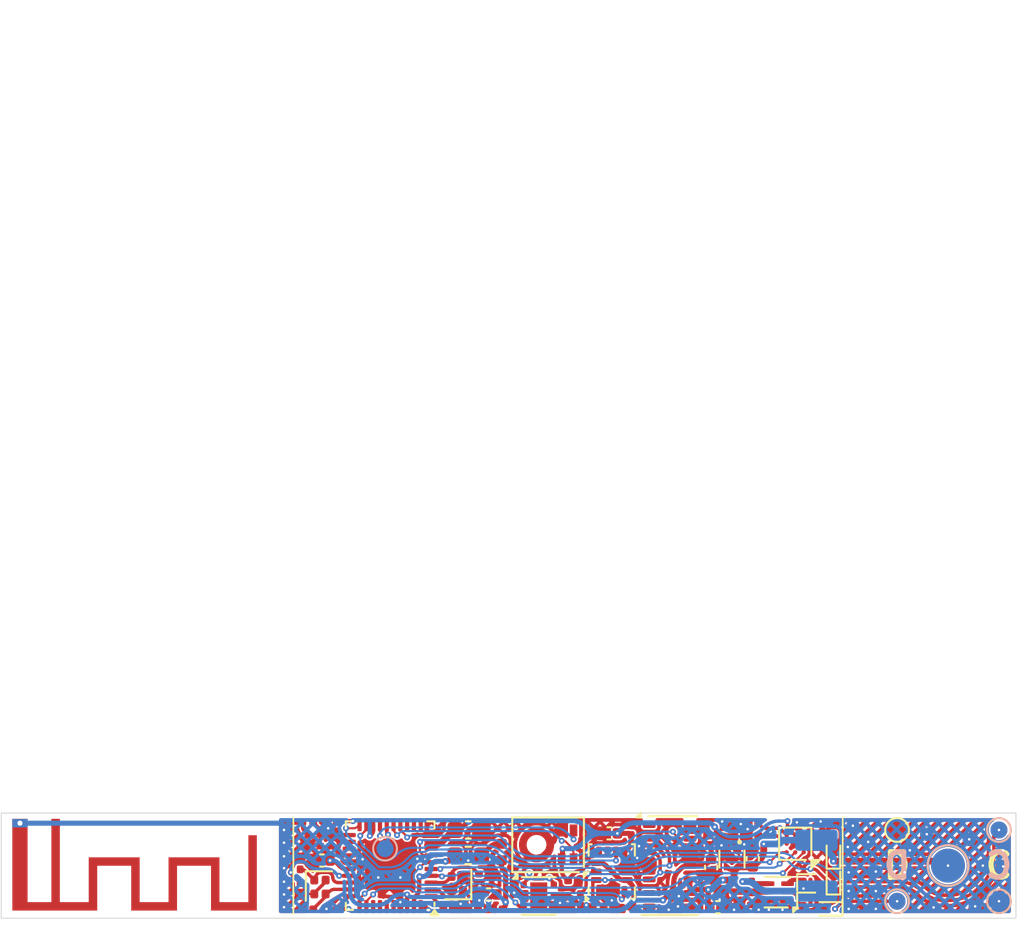
<source format=kicad_pcb>
(kicad_pcb (version 20241229) (generator "pcbnew") (generator_version "9.0")
  (layers (0 "F.Cu" signal) (2 "B.Cu" signal) (13 "F.Paste" user) (15 "B.Paste" user) (5 "F.SilkS" user "F.Silkscreen") (7 "B.SilkS" user "B.Silkscreen") (1 "F.Mask" user) (3 "B.Mask" user) (25 "Edge.Cuts" user))
  (net 0 "")
  (net 1 "VBATT")
  (net 2 "GND")
  (net 3 "VDD")
  (net 4 "tmp_int")
  (net 5 "sda")
  (net 6 "mic_clk")
  (net 7 "rst")
  (net 8 "mic_data")
  (net 9 "imu_int1")
  (net 10 "scl")
  (net 11 "bat_low")
  (net 12 "hbt_int")
  (net 13 "imu_int2")
  (net 14 "battery.bat_qm")
  (net 15 "battery.bat_vm")
  (net 16 "battery.bat_dout")
  (net 17 "batman.batman_vdd_out")
  (net 18 "battery.bat_cout")
  (net 19 "battery.bat_vss")
  (net 20 "batman.bin")
  (net 21 "battery.bat2")
  (net 22 "swdio")
  (net 23 "imu.NC")
  (net 24 "battery.NC")
  (net 25 "imu.NC_2")
  (net 26 "hbt.NC")
  (net 27 "swdclk")
  (net 28 "cpu.dec4_6")
  (net 29 "cpu.ant")
  (net 30 "cpu.dec3")
  (net 31 "cpu.xin")
  (net 32 "cpu.xl2")
  (net 33 "cpu.xl1")
  (net 34 "cpu.xout")
  (net 35 "cpu.dec1")
  (net 36 "cpu.NC")
  (net 37 "cpu.NC_4")
  (net 38 "cpu.NC_2")
  (net 39 "cpu.NC_3")
  (net 40 "NC_4")
  (net 41 "NC")
  (net 42 "NC_3")
  (net 43 "NC_2")
  (net 44 "nfc2")
  (net 45 "nfc1")
  (net 46 "cpu.antenna.n1")
  (net 47 "cpu.antenna.n2")
  (net 48 "cpu.dcc_mid")
  (net 49 "cpu.dcc")
  (footprint "C_0201_0603Metric:C_0201_0603Metric" (layer "F.Cu") (at 137.7 85.65 180)
    (property "Reference" "C7" (hide yes))
    (property "Value" "100nF" (hide yes))
  )
  (footprint "C_0402_1005Metric:C_0402_1005Metric" (layer "F.Cu") (at 146.95 84.8 180)
    (property "Reference" "C6" (hide yes))
    (property "Value" "1uF" (hide yes))
  )
  (footprint "D_SOD-923:D_SOD-923" (layer "F.Cu") (at 166.9325 85.65 180)
    (property "Reference" "D2" (hide yes))
    (property "Value" "ESD9B5.0ST5G" (hide yes))
  )
  (footprint "R_0201_0603Metric:R_0201_0603Metric" (layer "F.Cu") (at 153.4 85.6)
    (property "Reference" "R1" (hide yes))
    (property "Value" "4.7k" (hide yes))
  )
  (footprint "C_0201_0603Metric:C_0201_0603Metric" (layer "F.Cu") (at 162.5025 80.6125 180)
    (property "Reference" "C1" (hide yes))
    (property "Value" "1uF" (hide yes))
  )
  (footprint "Maxim_OLGA-14_3.3x5.6mm_P0.8mm:Maxim_OLGA-14_3.3x5.6mm_P0.8mm" (layer "F.Cu") (at 157.6025 83.1125)
    (property "Reference" "U4" (hide yes))
    (property "Value" "MAX30102EFD+T" (hide yes))
  )
  (footprint "Texas_PicoStar_DFN-3_0.69x0.60mm:Texas_PicoStar_DFN-3_0.69x0.60mm" (layer "F.Cu") (at 165.6775 85.2)
    (property "Reference" "Q2" (hide yes))
    (property "Value" "CSD13380F3T" (hide yes))
  )
  (footprint "C_0201_0603Metric:C_0201_0603Metric" (layer "F.Cu") (at 137.7 80.55 180)
    (property "Reference" "C8" (hide yes))
    (property "Value" "100nF" (hide yes))
  )
  (footprint "C_0402_1005Metric:C_0402_1005Metric" (layer "F.Cu") (at 162.5025 82.695179 90)
    (property "Reference" "C27" (hide yes))
    (property "Value" "1uF" (hide yes))
  )
  (footprint "D_SOD-923:D_SOD-923" (layer "F.Cu") (at 167.2525 82.42 90)
    (property "Reference" "D1" (hide yes))
    (property "Value" "ESD9B5.0ST5G" (hide yes))
  )
  (footprint "LGA-14_3x2.5mm_P0.5mm_LayoutBorder3x4y:LGA-14_3x2.5mm_P0.5mm_LayoutBorder3x4y" (layer "F.Cu") (at 154.2 83.45 90)
    (property "Reference" "U5" (hide yes))
    (property "Value" "LSM6DSOX" (hide yes))
  )
  (footprint "C_0201_0603Metric:C_0201_0603Metric" (layer "F.Cu") (at 135.85 84.45 -90)
    (property "Reference" "C13" (hide yes))
    (property "Value" "100pF" (hide yes))
  )
  (footprint "C_0201_0603Metric:C_0201_0603Metric" (layer "F.Cu") (at 146.7 83.6)
    (property "Reference" "C11" (hide yes))
    (property "Value" "12pF" (hide yes))
  )
  (footprint "C_0201_0603Metric:C_0201_0603Metric" (layer "F.Cu") (at 136.3 85.65 180)
    (property "Reference" "C9" (hide yes))
    (property "Value" "12pF" (hide yes))
  )
  (footprint "Infineon_PG-LLGA-5-1:Infineon_PG-LLGA-5-1" (layer "F.Cu") (at 150.45 81.875 180)
    (property "Reference" "MK1" (hide yes))
    (property "Value" "IM72D128V01" (hide yes))
  )
  (footprint "Crystal_SMD_1210-4Pin_1.2x1.0mm:Crystal_SMD_1210-4Pin_1.2x1.0mm" (layer "F.Cu") (at 137.015 84.36)
    (property "Reference" "Y1" (hide yes))
    (property "Value" "32MHz" (hide yes))
  )
  (footprint "C_0201_0603Metric:C_0201_0603Metric" (layer "F.Cu") (at 147.45 85.65 180)
    (property "Reference" "C15" (hide yes))
    (property "Value" "47nF" (hide yes))
  )
  (footprint "D_SOD-923:D_SOD-923" (layer "F.Cu") (at 167.2525 83.9425 90)
    (property "Reference" "D3" (hide yes))
    (property "Value" "ESD9B5.0ST5G" (hide yes))
  )
  (footprint "C_0201_0603Metric:C_0201_0603Metric" (layer "F.Cu") (at 155 85.55 180)
    (property "Reference" "C22" (hide yes))
    (property "Value" "100nF" (hide yes))
  )
  (footprint "C_0201_0603Metric:C_0201_0603Metric" (layer "F.Cu") (at 160.2025 84.5125)
    (property "Reference" "C19" (hide yes))
    (property "Value" "100nF" (hide yes))
  )
  (footprint "Crystal_SMD_1210-4Pin_1.2x1.0mm:Crystal_SMD_1210-4Pin_1.2x1.0mm" (layer "F.Cu") (at 145.1 84.15 180)
    (property "Reference" "Y2" (hide yes))
    (property "Value" "32.768kHz" (hide yes))
  )
  (footprint "C_0201_0603Metric:C_0201_0603Metric" (layer "F.Cu") (at 159.9025 81.5625 90)
    (property "Reference" "C21" (hide yes))
    (property "Value" "100nF" (hide yes))
  )
  (footprint "L_0603_1608Metric:L_0603_1608Metric" (layer "F.Cu") (at 145.75 82.5)
    (property "Reference" "L1" (hide yes))
    (property "Value" "10uH" (hide yes))
  )
  (footprint "R_0201_0603Metric:R_0201_0603Metric" (layer "F.Cu") (at 161.4 84.35 -90)
    (property "Reference" "R5" (hide yes))
    (property "Value" "330" (hide yes))
  )
  (footprint "WSON-6-1EP_2x2mm_P0.65mm_EP1x1.6mm:WSON-6-1EP_2x2mm_P0.65mm_EP1x1.6mm" (layer "F.Cu") (at 149.9 84.8875)
    (property "Reference" "U6" (hide yes))
    (property "Value" "TMP117AIDRVR" (hide yes))
  )
  (footprint "TestPoint_Pad_D2.0mm:TestPoint_Pad_D2.0mm" (layer "F.Cu") (at 174 83.1)
    (property "Reference" "TP3" (hide yes))
    (property "Value" " " (hide yes))
  )
  (footprint "L_0402_1005Metric:L_0402_1005Metric" (layer "F.Cu") (at 147.7 82.3 -90)
    (property "Reference" "L2" (hide yes))
    (property "Value" "15nH" (hide yes))
  )
  (footprint "Texas_PicoStar_DFN-3_0.69x0.60mm:Texas_PicoStar_DFN-3_0.69x0.60mm" (layer "F.Cu") (at 165.675 84.1125)
    (property "Reference" "Q1" (hide yes))
    (property "Value" "CSD13380F3T" (hide yes))
  )
  (footprint "WSON-6_1.5x1.5mm_P0.5mm:WSON-6_1.5x1.5mm_P0.5mm" (layer "F.Cu") (at 163.9775 84.665 180)
    (property "Reference" "U2" (hide yes))
    (property "Value" "BQ29700" (hide yes))
  )
  (footprint "L_0201_0603Metric:L_0201_0603Metric" (layer "F.Cu") (at 136.3 80.55 180)
    (property "Reference" "L4" (hide yes))
    (property "Value" "2.2nH" (hide yes))
  )
  (footprint "C_0603_1608Metric:C_0603_1608Metric" (layer "F.Cu") (at 145.75 81)
    (property "Reference" "C5" (hide yes))
    (property "Value" "4.7uF" (hide yes))
  )
  (footprint "C_0201_0603Metric:C_0201_0603Metric" (layer "F.Cu") (at 162.435 84.3575 90)
    (property "Reference" "C3" (hide yes))
    (property "Value" "100nF" (hide yes))
  )
  (footprint "C_0201_0603Metric:C_0201_0603Metric" (layer "F.Cu") (at 144.6 85.65)
    (property "Reference" "C12" (hide yes))
    (property "Value" "100nF" (hide yes))
  )
  (footprint "C_0201_0603Metric:C_0201_0603Metric" (layer "F.Cu") (at 151.95 84)
    (property "Reference" "C25" (hide yes))
    (property "Value" "100nF" (hide yes))
  )
  (footprint "C_0402_1005Metric:C_0402_1005Metric" (layer "F.Cu") (at 160.45 85.55)
    (property "Reference" "C18" (hide yes))
    (property "Value" "10uF" (hide yes))
  )
  (footprint "C_0402_1005Metric:C_0402_1005Metric" (layer "F.Cu") (at 160.0525 83.2125 -90)
    (property "Reference" "C20" (hide yes))
    (property "Value" "4.7uF" (hide yes))
  )
  (footprint "C_0201_0603Metric:C_0201_0603Metric" (layer "F.Cu") (at 137.35 81.25)
    (property "Reference" "C16" (hide yes))
    (property "Value" "1pF" (hide yes))
  )
  (footprint "C_0201_0603Metric:C_0201_0603Metric" (layer "F.Cu") (at 151.6 85.25 -90)
    (property "Reference" "C26" (hide yes))
    (property "Value" "100nF" (hide yes))
  )
  (footprint "C_0402_1005Metric:C_0402_1005Metric" (layer "F.Cu") (at 154.05 81.2 180)
    (property "Reference" "C24" (hide yes))
    (property "Value" "1uF" (hide yes))
  )
  (footprint "R_0201_0603Metric:R_0201_0603Metric" (layer "F.Cu") (at 152.35 85.1 90)
    (property "Reference" "R2" (hide yes))
    (property "Value" "4.7k" (hide yes))
  )
  (footprint "BGA-9_1.6x1.6mm_Layout3x3_P0.5mm:BGA-9_1.6x1.6mm_Layout3x3_P0.5mm" (layer "F.Cu") (at 165.0025 81.8125 180)
    (property "Reference" "U1" (hide yes))
    (property "Value" "BQ27427YZFR" (hide yes))
  )
  (footprint "TestPoint_Pad_D1.0mm:TestPoint_Pad_D1.0mm" (layer "F.Cu") (at 177 81)
    (property "Reference" "TP5" (hide yes))
    (property "Value" " " (hide yes))
  )
  (footprint "Texas_X2SON-4_1x1mm_P0.65mm:Texas_X2SON-4_1x1mm_P0.65mm" (layer "F.Cu") (at 161.2775 82.715179 -90)
    (property "Reference" "U7" (hide yes))
    (property "Value" "TPS7A2018PDQN" (hide yes))
  )
  (footprint "TestPoint_Pad_D1.0mm:TestPoint_Pad_D1.0mm" (layer "F.Cu") (at 171 81)
    (property "Reference" "TP7" (hide yes))
    (property "Value" " " (hide yes))
  )
  (footprint "C_0201_0603Metric:C_0201_0603Metric" (layer "F.Cu") (at 162.5025 81.3125 180)
    (property "Reference" "C2" (hide yes))
    (property "Value" "2.2uF" (hide yes))
  )
  (footprint "C_0201_0603Metric:C_0201_0603Metric" (layer "F.Cu") (at 135.85 83 90)
    (property "Reference" "C4" (hide yes))
    (property "Value" "12pF" (hide yes))
  )
  (footprint "C_0201_0603Metric:C_0201_0603Metric" (layer "F.Cu") (at 155.35 80.98 90)
    (property "Reference" "C23" (hide yes))
    (property "Value" "100nF" (hide yes))
  )
  (footprint "TestPoint_Pad_D1.0mm:TestPoint_Pad_D1.0mm" (layer "F.Cu") (at 177 85.2)
    (property "Reference" "TP6" (hide yes))
    (property "Value" " " (hide yes))
  )
  (footprint "L_0201_0603Metric:L_0201_0603Metric" (layer "F.Cu") (at 137.35 81.95 180)
    (property "Reference" "L3" (hide yes))
    (property "Value" "4.7nH" (hide yes))
  )
  (footprint "TestPoint_Pad_D1.0mm:TestPoint_Pad_D1.0mm" (layer "F.Cu") (at 171 85.2)
    (property "Reference" "TP4" (hide yes))
    (property "Value" " " (hide yes))
  )
  (footprint "C_0201_0603Metric:C_0201_0603Metric" (layer "F.Cu") (at 146 85.65 180)
    (property "Reference" "C10" (hide yes))
    (property "Value" "12pF" (hide yes))
  )
  (footprint "Modified_QFN-40_5.0mmx5.0mm:Modified_QFN-40_5.0mmx5.0mm" (layer "F.Cu") (at 141.15 83.1 180)
    (property "Reference" "U3" (hide yes))
    (property "Value" "nRF52833-QDAA" (hide yes))
  )
  (footprint "R_0201_0603Metric:R_0201_0603Metric" (layer "F.Cu") (at 162.0775 85.4125 180)
    (property "Reference" "R4" (hide yes))
    (property "Value" "2.2k" (hide yes))
  )
  (footprint "C_0201_0603Metric:C_0201_0603Metric" (layer "F.Cu") (at 136.3 81.6 -90)
    (property "Reference" "C17" (hide yes))
    (property "Value" "1.2pF" (hide yes))
  )
  (footprint "C_0201_0603Metric:C_0201_0603Metric" (layer "F.Cu") (at 160.75 81.07 90)
    (property "Reference" "C29" (hide yes))
    (property "Value" "1uF" (hide yes))
  )
  (footprint "C_0402_1005Metric:C_0402_1005Metric" (layer "F.Cu") (at 137.13 82.8 180)
    (property "Reference" "C14" (hide yes))
    (property "Value" "1uF" (hide yes))
  )
  (footprint "Texas_SWRA117D_2.4GHz_Left:Texas_SWRA117D_2.4GHz_Left" (layer "F.Cu") (at 121.45 80.6 180)
    (property "Reference" "J1" (hide yes))
    (property "Value" "?" (hide yes))
  )
  (footprint "C_0201_0603Metric:C_0201_0603Metric" (layer "F.Cu") (at 161.4525 81.075179 90)
    (property "Reference" "C28" (hide yes))
    (property "Value" "1uF" (hide yes))
  )
  (footprint "R_0201_0603Metric:R_0201_0603Metric" (layer "F.Cu") (at 167.2525 80.9625 90)
    (property "Reference" "R3" (hide yes))
    (property "Value" "10k" (hide yes))
  )
  (footprint "TestPoint_Pad_D1.0mm:TestPoint_Pad_D1.0mm" (layer "B.Cu") (at 177 81)
    (property "Reference" "TP2" (hide yes))
    (property "Value" " " (hide yes))
  )
  (footprint "TestPoint_Pad_D2.0mm:TestPoint_Pad_D2.0mm" (layer "B.Cu") (at 174 83.1)
    (property "Reference" "TP8" (hide yes))
    (property "Value" " " (hide yes))
  )
  (footprint "TestPoint_Pad_D1.0mm:TestPoint_Pad_D1.0mm" (layer "B.Cu") (at 177 85.2)
    (property "Reference" "TP9" (hide yes))
    (property "Value" " " (hide yes))
  )
  (footprint "TestPoint_Pad_D1.0mm:TestPoint_Pad_D1.0mm" (layer "B.Cu") (at 140.85 82.1)
    (property "Reference" "TP1" (hide yes))
    (property "Value" " " (hide yes))
  )
  (footprint "Battery:Battery" (layer "B.Cu") (at 166.2525 83.1 90)
    (property "Reference" "BT1" (hide yes))
    (property "Value" "?" (hide yes))
  )
  (footprint "TestPoint_Pad_D1.0mm:TestPoint_Pad_D1.0mm" (layer "B.Cu") (at 171 85.2)
    (property "Reference" "TP10" (hide yes))
    (property "Value" " " (hide yes))
  )
  (gr_line (start 135.45 80.25) (end 135.45 85.95) (stroke (width 0.1)) (layer "F.SilkS"))
  (gr_line (start 167.8 85.95) (end 167.8 80.25) (stroke (width 0.1)) (layer "F.SilkS"))
  (gr_rect (start 118.25 80) (end 178 86.2) (stroke (width 0.05)) (fill no) (layer "Edge.Cuts"))
  (gr_text "C" (at 177 83.1 0) (layer "F.SilkS") (effects (font (size 1.5 1.5) (thickness 0.3) (bold yes))))
  (gr_text "D" (at 171 83.1 0) (layer "F.SilkS") (effects (font (size 1.5 1.5) (thickness 0.3) (bold yes))))
  (gr_text "D" (at 171 83.1 0) (layer "B.SilkS") (effects (font (size 1.5 1.5) (thickness 0.3) (bold yes)) (justify mirror)))
  (gr_text "C" (at 177 83.1 0) (layer "B.SilkS") (effects (font (size 1.5 1.5) (thickness 0.3) (bold yes)) (justify mirror)))
  (segment (start 163.15 82.176155) (end 163.15 81.824631) (width 0.4) (layer "F.Cu") (net 1))
  (segment (start 164.1 80.9) (end 163.313293 80.9) (width 0.2) (layer "F.Cu") (net 1))
  (segment (start 161.514416 83.233253) (end 161.6025 83.145179) (width 0.3) (layer "F.Cu") (net 1))
  (segment (start 159.92625 85.50625) (end 159.97 85.55) (width 0.3) (layer "F.Cu") (net 1))
  (segment (start 161.040583 83.233253) (end 160.9525 83.145179) (width 0.3) (layer "F.Cu") (net 1))
  (segment (start 161.4 83.579892) (end 161.4 83.973431) (width 0.4) (layer "F.Cu") (net 1))
  (segment (start 164.1 80.91) (end 164.5025 81.3125) (width 0.2) (layer "F.Cu") (net 1))
  (segment (start 158.802447 84.712626) (end 158.8025 83.9125) (width 0.3) (layer "F.Cu") (net 1))
  (segment (start 173.556152 82.84) (end 167.2525 82.84) (width 0.4) (layer "F.Cu") (net 1))
  (segment (start 161.253228 83.321327) (end 161.30177 83.321327) (width 0.3) (layer "F.Cu") (net 1))
  (segment (start 159.143983 84.512493) (end 159.8825 84.5125) (width 0.3) (layer "F.Cu") (net 1))
  (segment (start 162.96625 80.75625) (end 162.8225 80.6125) (width 0.2) (layer "F.Cu") (net 1))
  (segment (start 161.518163 83.294618) (end 161.635689 83.177093) (width 0.4) (layer "F.Cu") (net 1))
  (segment (start 161.636965 83.175815) (end 161.635689 83.177093) (width 0.4) (layer "F.Cu") (net 1))
  (segment (start 173.87 82.97) (end 174 83.1) (width 0.4) (layer "F.Cu") (net 1))
  (segment (start 161.263431 83.95) (end 160.75 83.95) (width 0.4) (layer "F.Cu") (net 1))
  (segment (start 159.8825 85.400628) (end 159.8825 84.5125) (width 0.3) (layer "F.Cu") (net 1))
  (segment (start 162.901434 82.776244) (end 162.5025 83.175179) (width 0.4) (layer "F.Cu") (net 1))
  (segment (start 158.902472 84.612559) (end 158.802447 84.712626) (width 0.3) (layer "F.Cu") (net 1))
  (segment (start 161.64031 83.175179) (end 162.502499 83.175179) (width 0.4) (layer "F.Cu") (net 1))
  (via (at 159.8825 84.5125) (size 0.4) (drill 0.15) (layers "F.Cu" "B.Cu") (net 1))
  (via (at 163.15 81.824631) (size 0.4) (drill 0.15) (layers "F.Cu" "B.Cu") (net 1))
  (via (at 164.1 80.9) (size 0.35) (drill 0.15) (layers "F.Cu" "B.Cu") (net 1))
  (via (at 160.75 83.95) (size 0.35) (drill 0.15) (layers "F.Cu" "B.Cu") (net 1))
  (via (at 167.2525 82.84) (size 0.4) (drill 0.15) (layers "F.Cu" "B.Cu") (net 1))
  (via (at 174 83.1) (size 0.35) (drill 0.15) (layers "F.Cu" "B.Cu") (net 1))
  (arc (start 159.143983 84.512493) (mid 159.013272 84.538499) (end 158.902472 84.612559) (width 0.3) (layer "F.Cu") (net 1))
  (arc (start 161.518163 83.294618) (mid 161.430709 83.425503) (end 161.4 83.579892) (width 0.4) (layer "F.Cu") (net 1))
  (arc (start 161.514416 83.233253) (mid 161.416852 83.298437) (end 161.30177 83.321327) (width 0.3) (layer "F.Cu") (net 1))
  (arc (start 161.638505 83.175177) (mid 161.639407 83.175178) (end 161.64031 83.175179) (width 0.4) (layer "F.Cu") (net 1))
  (arc (start 159.8825 85.400628) (mid 159.89387 85.45779) (end 159.92625 85.50625) (width 0.3) (layer "F.Cu") (net 1))
  (arc (start 161.638505 83.175177) (mid 161.637671 83.175342) (end 161.636965 83.175815) (width 0.4) (layer "F.Cu") (net 1))
  (arc (start 161.36 83.99) (mid 161.385535 83.995079) (end 161.4 83.973431) (width 0.4) (layer "F.Cu") (net 1))
  (arc (start 163.15 82.176155) (mid 163.085399 82.50092) (end 162.901434 82.776244) (width 0.4) (layer "F.Cu") (net 1))
  (arc (start 161.36 83.99) (mid 161.315693 83.960395) (end 161.263431 83.95) (width 0.4) (layer "F.Cu") (net 1))
  (arc (start 162.96625 80.75625) (mid 163.125474 80.86264) (end 163.313293 80.9) (width 0.2) (layer "F.Cu") (net 1))
  (arc (start 173.87 82.97) (mid 173.726005 82.873785) (end 173.556152 82.84) (width 0.4) (layer "F.Cu") (net 1))
  (arc (start 161.040583 83.233253) (mid 161.138146 83.298437) (end 161.253228 83.321327) (width 0.3) (layer "F.Cu") (net 1))
  (segment (start 164.212378 81.66394) (end 164.137459 81.738859) (width 0.4) (layer "B.Cu") (net 1))
  (segment (start 167.2525 82.84) (end 167.2525 82.72) (width 0.4) (layer "B.Cu") (net 1))
  (segment (start 159.96 84.5125) (end 159.8825 84.5125) (width 0.4) (layer "B.Cu") (net 1))
  (segment (start 160.675 83.95) (end 160.75 83.95) (width 0.4) (layer "B.Cu") (net 1))
  (segment (start 160.546966 84.003032) (end 160.0923 84.457699) (width 0.4) (layer "B.Cu") (net 1))
  (segment (start 164.1 81.573505) (end 164.1 80.9) (width 0.2) (layer "B.Cu") (net 1))
  (segment (start 164.348019 81.6) (end 165.545394 81.6) (width 0.4) (layer "B.Cu") (net 1))
  (segment (start 164.137459 81.738859) (end 164.113303 81.763015) (width 0.4) (layer "B.Cu") (net 1))
  (segment (start 164.225618 81.650699) (end 164.212378 81.66394) (width 0.4) (layer "B.Cu") (net 1))
  (segment (start 166.752501 82.1) (end 167.167648 82.515147) (width 0.4) (layer "B.Cu") (net 1))
  (segment (start 163.15 81.824631) (end 163.96455 81.824631) (width 0.4) (layer "B.Cu") (net 1))
  (arc (start 164.137459 81.738859) (mid 164.152975 81.701399) (end 164.137459 81.66394) (width 0.4) (layer "B.Cu") (net 1))
  (arc (start 164.348019 81.6) (mid 164.281776 81.613176) (end 164.225618 81.650699) (width 0.4) (layer "B.Cu") (net 1))
  (arc (start 164.137459 81.66394) (mid 164.174918 81.679456) (end 164.212378 81.66394) (width 0.2) (layer "B.Cu") (net 1))
  (arc (start 166.752501 82.1) (mid 166.198675 81.729945) (end 165.545394 81.6) (width 0.4) (layer "B.Cu") (net 1))
  (arc (start 160.0923 84.457699) (mid 160.0316 84.498257) (end 159.96 84.5125) (width 0.4) (layer "B.Cu") (net 1))
  (arc (start 160.675 83.95) (mid 160.605708 83.963782) (end 160.546966 84.003032) (width 0.4) (layer "B.Cu") (net 1))
  (arc (start 164.1 81.573505) (mid 164.109735 81.622448) (end 164.137459 81.66394) (width 0.2) (layer "B.Cu") (net 1))
  (arc (start 164.113303 81.763015) (mid 164.045054 81.808617) (end 163.96455 81.824631) (width 0.4) (layer "B.Cu") (net 1))
  (arc (start 167.167648 82.515147) (mid 167.230448 82.609134) (end 167.2525 82.72) (width 0.4) (layer "B.Cu") (net 1))
  (segment (start 141.75 83.8) (end 141.75 85.25) (width 0.25) (layer "F.Cu") (net 2))
  (segment (start 148.7675 82.6175) (end 148.7 82.55) (width 0.125) (layer "F.Cu") (net 2))
  (segment (start 149.847074 82.685) (end 150.065 82.685) (width 0.125) (layer "F.Cu") (net 2))
  (segment (start 139.4375 82.8125) (end 139.525 82.725) (width 0.25) (layer "F.Cu") (net 2))
  (segment (start 151.25 81.191563) (end 151.25 81.025) (width 0.3) (layer "F.Cu") (net 2))
  (segment (start 144.765 84.5225) (end 144.765 84.56) (width 0.2) (layer "F.Cu") (net 2))
  (segment (start 150.535121 81.919878) (end 150.781057 81.673942) (width 0.3) (layer "F.Cu") (net 2))
  (segment (start 142.981054 81.3) (end 143.5625 81.3) (width 0.125) (layer "F.Cu") (net 2))
  (segment (start 149.847074 82.685) (end 150.015 82.685) (width 0.3) (layer "F.Cu") (net 2))
  (segment (start 151.15457 81.224002) (end 151.217561 81.224002) (width 0.3) (layer "F.Cu") (net 2))
  (segment (start 139.226256 82.9) (end 138.7375 82.9) (width 0.25) (layer "F.Cu") (net 2))
  (segment (start 149.956074 82.576) (end 149.969682 82.576) (width 0.3) (layer "F.Cu") (net 2))
  (segment (start 141.15 83.049292) (end 141.15 83.064644) (width 0.125) (layer "F.Cu") (net 2))
  (segment (start 145.435 83.7775) (end 145.435 83.74) (width 0.2) (layer "F.Cu") (net 2))
  (segment (start 136.68 84.77) (end 135.85 84.77) (width 0.125) (layer "F.Cu") (net 2))
  (segment (start 144.791516 84.458483) (end 145.408483 83.841516) (width 0.2) (layer "F.Cu") (net 2))
  (segment (start 141.75 83.8) (end 141.75 83.75) (width 0.25) (layer "F.Cu") (net 2))
  (segment (start 141.175 83.125) (end 141.225 83.175) (width 0.25) (layer "F.Cu") (net 2))
  (segment (start 151.024099 81.278044) (end 150.889142 81.413001) (width 0.3) (layer "F.Cu") (net 2))
  (segment (start 147.038467 85.65) (end 147.13 85.65) (width 0.125) (layer "F.Cu") (net 2))
  (segment (start 141.75 85.25) (end 141.75 85.5125) (width 0.25) (layer "F.Cu") (net 2))
  (segment (start 165.5025 81.3125) (end 165.0025 81.8125) (width 0.2) (layer "F.Cu") (net 2))
  (segment (start 160.922181 82.169105) (end 160.661976 81.9089) (width 0.4) (layer "F.Cu") (net 2))
  (segment (start 139.525 82.725) (end 139.5625 82.6875) (width 0.25) (layer "F.Cu") (net 2))
  (segment (start 141.225 83.175) (end 141.714644 83.664644) (width 0.25) (layer "F.Cu") (net 2))
  (segment (start 136.765 84.6975) (end 136.765 84.76) (width 0.2) (layer "F.Cu") (net 2))
  (segment (start 140.381801 82.65) (end 139.653033 82.65) (width 0.25) (layer "F.Cu") (net 2))
  (segment (start 150.406878 82.229485) (end 150.124485 82.511878) (width 0.3) (layer "F.Cu") (net 2))
  (segment (start 141.185855 82.962728) (end 142.754912 81.393671) (width 0.125) (layer "F.Cu") (net 2))
  (segment (start 146.463529 85.166594) (end 146.882211 85.585276) (width 0.125) (layer "F.Cu") (net 2))
  (segment (start 140.925 82.875) (end 141.125 83.075) (width 0.25) (layer "F.Cu") (net 2))
  (segment (start 146.4 85.15) (end 146.423467 85.15) (width 0.125) (layer "F.Cu") (net 2))
  (segment (start 137.435 83.9525) (end 137.435 83.94) (width 0.2) (layer "F.Cu") (net 2))
  (segment (start 149.692925 82.685) (end 148.930459 82.685) (width 0.125) (layer "F.Cu") (net 2))
  (segment (start 136.809194 84.590805) (end 137.426161 83.973838) (width 0.2) (layer "F.Cu") (net 2))
  (segment (start 149.847074 82.685) (end 149.692925 82.685) (width 0.3) (layer "F.Cu") (net 2))
  (segment (start 141.175 83.125) (end 141.125 83.075) (width 0.25) (layer "F.Cu") (net 2))
  (segment (start 160.9525 82.242301) (end 160.9525 82.285179) (width 0.4) (layer "F.Cu") (net 2))
  (segment (start 155.112482 82.928942) (end 155.1125 83.45) (width 0.3) (layer "F.Cu") (net 2))
  (via (at 134.9 85.55) (size 0.35) (drill 0.15) (layers "F.Cu" "B.Cu") (net 2))
  (via (at 158.1 85.5) (size 0.4) (drill 0.15) (layers "F.Cu" "B.Cu") (net 2))
  (via (at 175.6 85.5) (size 0.35) (drill 0.15) (layers "F.Cu" "B.Cu") (net 2))
  (via (at 145.75 82.8) (size 0.35) (drill 0.15) (layers "F.Cu" "B.Cu") (net 2))
  (via (at 139.525 82.725) (size 0.35) (drill 0.15) (layers "F.Cu" "B.Cu") (net 2))
  (via (at 168.15 84.6) (size 0.35) (drill 0.15) (layers "F.Cu" "B.Cu") (net 2))
  (via (at 165.1 80.55) (size 0.4) (drill 0.15) (layers "F.Cu" "B.Cu") (net 2))
  (via (at 140.45 83.8) (size 0.4) (drill 0.15) (layers "F.Cu" "B.Cu") (net 2))
  (via (at 162 81.85) (size 0.4) (drill 0.15) (layers "F.Cu" "B.Cu") (net 2))
  (via (at 164.25 85.7) (size 0.35) (drill 0.15) (layers "F.Cu" "B.Cu") (net 2))
  (via (at 155.7 82.65) (size 0.35) (drill 0.15) (layers "F.Cu" "B.Cu") (net 2))
  (via (at 134.9 82.55) (size 0.35) (drill 0.15) (layers "F.Cu" "B.Cu") (net 2))
  (via (at 173.15 85.5639) (size 0.35) (drill 0.15) (layers "F.Cu" "B.Cu") (net 2))
  (via (at 141.75 85.25) (size 0.35) (drill 0.15) (layers "F.Cu" "B.Cu") (net 2))
  (via (at 137.5 80.9) (size 0.35) (drill 0.15) (layers "F.Cu" "B.Cu") (net 2))
  (via (at 158.15 84.9) (size 0.35) (drill 0.15) (layers "F.Cu" "B.Cu") (net 2))
  (via (at 171.75 82.2) (size 0.35) (drill 0.15) (layers "F.Cu" "B.Cu") (net 2))
  (via (at 172.75 81.25) (size 0.35) (drill 0.15) (layers "F.Cu" "B.Cu") (net 2))
  (via (at 177.25 83.15) (size 0.35) (drill 0.15) (layers "F.Cu" "B.Cu") (net 2))
  (via (at 157.55 85.7) (size 0.4) (drill 0.15) (layers "F.Cu" "B.Cu") (net 2))
  (via (at 161.8 80.65) (size 0.35) (drill 0.15) (layers "F.Cu" "B.Cu") (net 2))
  (via (at 134.9 84.05) (size 0.35) (drill 0.15) (layers "F.Cu" "B.Cu") (net 2))
  (via (at 169.75 83.45) (size 0.35) (drill 0.15) (layers "F.Cu" "B.Cu") (net 2))
  (via (at 148.45 84.7) (size 0.35) (drill 0.15) (layers "F.Cu" "B.Cu") (net 2))
  (via (at 154.2 85.15) (size 0.35) (drill 0.15) (layers "F.Cu" "B.Cu") (net 2))
  (via (at 137.4 85.65) (size 0.35) (drill 0.15) (layers "F.Cu" "B.Cu") (net 2))
  (via (at 146.4 85.15) (size 0.35) (drill 0.15) (layers "F.Cu" "B.Cu") (net 2))
  (via (at 160.7 80.5) (size 0.35) (drill 0.15) (layers "F.Cu" "B.Cu") (net 2))
  (via (at 142.75 82.7) (size 0.35) (drill 0.15) (layers "F.Cu" "B.Cu") (net 2))
  (via (at 134.9 81) (size 0.35) (drill 0.15) (layers "F.Cu" "B.Cu") (net 2))
  (via (at 175.25 81.55) (size 0.35) (drill 0.15) (layers "F.Cu" "B.Cu") (net 2))
  (via (at 134.9 84.8) (size 0.35) (drill 0.15) (layers "F.Cu" "B.Cu") (net 2))
  (via (at 155.8 81.95) (size 0.35) (drill 0.15) (layers "F.Cu" "B.Cu") (net 2))
  (via (at 168.15 85.65) (size 0.35) (drill 0.15) (layers "F.Cu" "B.Cu") (net 2))
  (via (at 177.25 82.2) (size 0.35) (drill 0.15) (layers "F.Cu" "B.Cu") (net 2))
  (via (at 171.45 83.5) (size 0.35) (drill 0.15) (layers "F.Cu" "B.Cu") (net 2))
  (via (at 141.75 83.8) (size 0.4) (drill 0.15) (layers "F.Cu" "B.Cu") (net 2))
  (via (at 160.661976 81.9089) (size 0.4) (drill 0.15) (layers "F.Cu" "B.Cu") (net 2))
  (via (at 151.15 85.3) (size 0.35) (drill 0.15) (layers "F.Cu" "B.Cu") (net 2))
  (via (at 168.4 80.75) (size 0.35) (drill 0.15) (layers "F.Cu" "B.Cu") (net 2))
  (via (at 166.5 80.5) (size 0.35) (drill 0.15) (layers "F.Cu" "B.Cu") (net 2))
  (via (at 160.55 85.1) (size 0.4) (drill 0.15) (layers "F.Cu" "B.Cu") (net 2))
  (via (at 168.15 83.5) (size 0.35) (drill 0.15) (layers "F.Cu" "B.Cu") (net 2))
  (via (at 134.9 81.75) (size 0.35) (drill 0.15) (layers "F.Cu" "B.Cu") (net 2))
  (via (at 134.9 83.25) (size 0.35) (drill 0.15) (layers "F.Cu" "B.Cu") (net 2))
  (via (at 161.4 85.7) (size 0.35) (drill 0.15) (layers "F.Cu" "B.Cu") (net 2))
  (via (at 163.45 85.7) (size 0.35) (drill 0.15) (layers "F.Cu" "B.Cu") (net 2))
  (via (at 169.75 85.65) (size 0.35) (drill 0.15) (layers "F.Cu" "B.Cu") (net 2))
  (via (at 162.2 80.95) (size 0.35) (drill 0.15) (layers "F.Cu" "B.Cu") (net 2))
  (via (at 162.85 85.7) (size 0.35) (drill 0.15) (layers "F.Cu" "B.Cu") (net 2))
  (via (at 168.1 82) (size 0.35) (drill 0.15) (layers "F.Cu" "B.Cu") (net 2))
  (via (at 169.75 84.6) (size 0.35) (drill 0.15) (layers "F.Cu" "B.Cu") (net 2))
  (via (at 177 85.2) (size 0.35) (drill 0.15) (layers "F.Cu" "B.Cu") (net 2))
  (via (at 145.3 85.35) (size 0.35) (drill 0.15) (layers "F.Cu" "B.Cu") (net 2))
  (via (at 176.05 83.1) (size 0.35) (drill 0.15) (layers "F.Cu" "B.Cu") (net 2))
  (via (at 169.3 81.7) (size 0.35) (drill 0.15) (layers "F.Cu" "B.Cu") (net 2))
  (arc (start 149.692925 82.685) (mid 149.764132 82.670835) (end 149.8245 82.6305) (width 0.125) (layer "F.Cu") (net 2))
  (arc (start 150.889142 81.413001) (mid 150.849145 81.472861) (end 150.8351 81.543472) (width 0.3) (layer "F.Cu") (net 2))
  (arc (start 150.471 82.074682) (mid 150.454335 82.158461) (end 150.406878 82.229485) (width 0.3) (layer "F.Cu") (net 2))
  (arc (start 140.925 82.875) (mid 140.675778 82.708475) (end 140.381801 82.65) (width 0.25) (layer "F.Cu") (net 2))
  (arc (start 145.435 83.7775) (mid 145.428108 83.812145) (end 145.408483 83.841516) (width 0.2) (layer "F.Cu") (net 2))
  (arc (start 149.847074 82.685) (mid 149.847074 82.685) (end 149.847074 82.685) (width 0.125) (layer "F.Cu") (net 2))
  (arc (start 151.15457 81.224002) (mid 151.083959 81.238047) (end 151.024099 81.278044) (width 0.3) (layer "F.Cu") (net 2))
  (arc (start 148.7675 82.6175) (mid 148.842266 82.667457) (end 148.930459 82.685) (width 0.125) (layer "F.Cu") (net 2))
  (arc (start 141.714644 83.664644) (mid 141.740811 83.703805) (end 141.75 83.75) (width 0.25) (layer "F.Cu") (net 2))
  (arc (start 149.956074 82.576) (mid 149.884866 82.590164) (end 149.8245 82.6305) (width 0.3) (layer "F.Cu") (net 2))
  (arc (start 150.124485 82.511878) (mid 150.053461 82.559335) (end 149.969682 82.576) (width 0.3) (layer "F.Cu") (net 2))
  (arc (start 142.981054 81.3) (mid 142.858667 81.324344) (end 142.754912 81.393671) (width 0.125) (layer "F.Cu") (net 2))
  (arc (start 151.240499 81.214501) (mid 151.229975 81.221532) (end 151.217561 81.224002) (width 0.3) (layer "F.Cu") (net 2))
  (arc (start 139.653033 82.65) (mid 139.604036 82.659745) (end 139.5625 82.6875) (width 0.25) (layer "F.Cu") (net 2))
  (arc (start 150.535121 81.919878) (mid 150.487664 81.990902) (end 150.471 82.074682) (width 0.3) (layer "F.Cu") (net 2))
  (arc (start 139.4375 82.8125) (mid 139.34058 82.877259) (end 139.226256 82.9) (width 0.25) (layer "F.Cu") (net 2))
  (arc (start 149.8245 82.6305) (mid 149.817579 82.665291) (end 149.847074 82.685) (width 0.3) (layer "F.Cu") (net 2))
  (arc (start 141.15 83.064644) (mid 141.156497 83.097308) (end 141.175 83.125) (width 0.125) (layer "F.Cu") (net 2))
  (arc (start 137.435 83.9525) (mid 137.432702 83.964048) (end 137.426161 83.973838) (width 0.2) (layer "F.Cu") (net 2))
  (arc (start 160.922181 82.169105) (mid 160.94462 82.202687) (end 160.9525 82.242301) (width 0.4) (layer "F.Cu") (net 2))
  (arc (start 150.8351 81.543472) (mid 150.821054 81.614082) (end 150.781057 81.673942) (width 0.3) (layer "F.Cu") (net 2))
  (arc (start 144.791516 84.458483) (mid 144.771891 84.487854) (end 144.765 84.5225) (width 0.2) (layer "F.Cu") (net 2))
  (arc (start 141.125 83.075) (mid 141.140959 83.078174) (end 141.15 83.064644) (width 0.25) (layer "F.Cu") (net 2))
  (arc (start 141.185855 82.962728) (mid 141.159318 83.002443) (end 141.15 83.049292) (width 0.125) (layer "F.Cu") (net 2))
  (arc (start 146.882211 85.585276) (mid 146.953902 85.633178) (end 147.038467 85.65) (width 0.125) (layer "F.Cu") (net 2))
  (arc (start 146.463529 85.166594) (mid 146.445148 85.154312) (end 146.423467 85.15) (width 0.125) (layer "F.Cu") (net 2))
  (arc (start 136.809194 84.590805) (mid 136.776485 84.639757) (end 136.765 84.6975) (width 0.2) (layer "F.Cu") (net 2))
  (arc (start 151.25 81.191563) (mid 151.24753 81.203977) (end 151.240499 81.214501) (width 0.3) (layer "F.Cu") (net 2))
  (segment (start 119.375 80.6) (end 134.558578 80.6) (width 0.3) (layer "B.Cu") (net 2))
  (segment (start 137.145641 85.799) (end 136.354358 85.799) (width 0.2) (layer "B.Cu") (net 2))
  (segment (start 137.3255 85.7245) (end 137.4 85.65) (width 0.2) (layer "B.Cu") (net 2))
  (segment (start 136.1745 85.7245) (end 136.1 85.65) (width 0.2) (layer "B.Cu") (net 2))
  (segment (start 134.9 80.9) (end 134.9 81) (width 0.3) (layer "B.Cu") (net 2))
  (segment (start 134.829289 80.729289) (end 134.8 80.7) (width 0.3) (layer "B.Cu") (net 2))
  (segment (start 119.375 80.6) (end 119.4 80.6) (width 0.3) (layer "B.Cu") (net 2))
  (arc (start 134.829289 80.729289) (mid 134.881622 80.807611) (end 134.9 80.9) (width 0.3) (layer "B.Cu") (net 2))
  (arc (start 137.3255 85.7245) (mid 137.24298 85.779638) (end 137.145641 85.799) (width 0.2) (layer "B.Cu") (net 2))
  (arc (start 136.1745 85.7245) (mid 136.257019 85.779638) (end 136.354358 85.799) (width 0.2) (layer "B.Cu") (net 2))
  (arc (start 134.8 80.7) (mid 134.689234 80.625989) (end 134.558578 80.6) (width 0.3) (layer "B.Cu") (net 2))
  (arc (start 119.375 80.6) (mid 119.375 80.6) (end 119.375 80.6) (width 0.3) (layer "B.Cu") (net 2))
  (segment (start 138.686741 84.913258) (end 138.044748 85.555251) (width 0.25) (layer "F.Cu") (net 3))
  (segment (start 158.294918 83.245081) (end 158.136377 83.403623) (width 0.3) (layer "F.Cu") (net 3))
  (segment (start 152.7 85.42) (end 152.369054 85.42) (width 0.25) (layer "F.Cu") (net 3))
  (segment (start 153.081251 82.95) (end 153.06875 82.95) (width 0.25) (layer "F.Cu") (net 3))
  (segment (start 155.115473 83.95) (end 155.109371 83.95) (width 0.3) (layer "F.Cu") (net 3))
  (segment (start 155.308459 84.145959) (end 155.119126 83.956626) (width 0.3) (layer "F.Cu") (net 3))
  (segment (start 151.900342 85.00845) (end 152.298418 85.406526) (width 0.25) (layer "F.Cu") (net 3))
  (segment (start 151.25 83.351299) (end 151.25 82.760355) (width 0.25) (layer "F.Cu") (net 3))
  (segment (start 161.543774 82.161351) (end 161.635052 82.252627) (width 0.4) (layer "F.Cu") (net 3))
  (segment (start 155.499999 85.136759) (end 155.499999 84.608378) (width 0.3) (layer "F.Cu") (net 3))
  (segment (start 160.47929 81.319289) (end 160.434565 81.274564) (width 0.25) (layer "F.Cu") (net 3))
  (segment (start 152.021611 83.528388) (end 151.658284 83.891715) (width 0.25) (layer "F.Cu") (net 3))
  (segment (start 151.615 84.915) (end 151.63 84.9) (width 0.25) (layer "F.Cu") (net 3))
  (segment (start 155.179288 81.2) (end 154.53 81.2) (width 0.3) (layer "F.Cu") (net 3))
  (segment (start 151.621213 84.93) (end 151.710946 84.93) (width 0.25) (layer "F.Cu") (net 3))
  (segment (start 152.7 85.42) (end 152.8 85.42) (width 0.25) (layer "F.Cu") (net 3))
  (segment (start 146.94924 85.189291) (end 146.949242 85.189291) (width 0.125) (layer "F.Cu") (net 3))
  (segment (start 160.052499 82.138466) (end 160.052499 82.463799) (width 0.3) (layer "F.Cu") (net 3))
  (segment (start 147.343402 84.8) (end 147.43 84.8) (width 0.25) (layer "F.Cu") (net 3))
  (segment (start 146.949241 85.18929) (end 146.949241 85.148427) (width 0.25) (layer "F.Cu") (net 3))
  (segment (start 151.3 82.639644) (end 151.3 82.1) (width 0.3) (layer "F.Cu") (net 3))
  (segment (start 160.701124 81.395179) (end 160.623661 81.395179) (width 0.3) (layer "F.Cu") (net 3))
  (segment (start 155.499999 85.136759) (end 155.499991 85.136767) (width 0.3) (layer "F.Cu") (net 3))
  (segment (start 161.4525 81.395179) (end 160.703876 81.395179) (width 0.4) (layer "F.Cu") (net 3))
  (segment (start 160.701124 81.395179) (end 160.703876 81.395179) (width 0.2) (layer "F.Cu") (net 3))
  (segment (start 160.703876 81.395179) (end 160.701124 81.395179) (width 0.4) (layer "F.Cu") (net 3))
  (segment (start 155.096875 83.95) (end 154.899997 83.950006) (width 0.3) (layer "F.Cu") (net 3))
  (segment (start 151.463431 84.85) (end 150.851516 84.85) (width 0.25) (layer "F.Cu") (net 3))
  (segment (start 155.114558 83.952147) (end 155.11467 83.952254) (width 0.3) (layer "F.Cu") (net 3))
  (segment (start 160.3351 81.034434) (end 160.3351 80.946093) (width 0.25) (layer "F.Cu") (net 3))
  (segment (start 139.95 81.35) (end 140.05 81.25) (width 0.25) (layer "F.Cu") (net 3))
  (segment (start 146.94924 85.189291) (end 146.949241 85.18929) (width 0.25) (layer "F.Cu") (net 3))
  (segment (start 143.675 81.9) (end 143.35 81.9) (width 0.4) (layer "F.Cu") (net 3))
  (segment (start 140.15 81.008578) (end 140.15 80.6875) (width 0.25) (layer "F.Cu") (net 3))
  (segment (start 151.56 84.89) (end 151.585 84.915) (width 0.25) (layer "F.Cu") (net 3))
  (segment (start 155.103128 83.95) (end 155.109371 83.95) (width 0.3) (layer "F.Cu") (net 3))
  (segment (start 143.395462 85.707629) (end 143.288839 85.601006) (width 0.25) (layer "F.Cu") (net 3))
  (segment (start 159.403798 83.1125) (end 158.989999 83.1125) (width 0.3) (layer "F.Cu") (net 3))
  (segment (start 152.97071 85.49071) (end 153.08 85.6) (width 0.25) (layer "F.Cu") (net 3))
  (segment (start 160.261102 80.819771) (end 160.298101 80.85677) (width 0.25) (layer "F.Cu") (net 3))
  (segment (start 150.8025 84.902499) (end 150.8175 84.917499) (width 0.2) (layer "F.Cu") (net 3))
  (segment (start 138.71875 84.9) (end 138.7375 84.9) (width 0.25) (layer "F.Cu") (net 3))
  (segment (start 160.701124 81.395179) (end 160.699748 81.395179) (width 0.2) (layer "F.Cu") (net 3))
  (segment (start 161.4525 81.395179) (end 161.452497 81.940991) (width 0.4) (layer "F.Cu") (net 3))
  (segment (start 155.167296 82.070216) (end 154.95 82.2875) (width 0.3) (layer "F.Cu") (net 3))
  (segment (start 164.686117 80.996116) (end 165.0025 81.3125) (width 0.2) (layer "F.Cu") (net 3))
  (segment (start 160.65 81.39) (end 160.75 81.39) (width 0.25) (layer "F.Cu") (net 3))
  (segment (start 164.55 80.475) (end 164.55 80.667499) (width 0.2) (layer "F.Cu") (net 3))
  (segment (start 138.0575 80.5125) (end 138.02 80.55) (width 0.25) (layer "F.Cu") (net 3))
  (segment (start 152.369054 85.42) (end 152.330946 85.42) (width 0.25) (layer "F.Cu") (net 3))
  (segment (start 155.3 81.25) (end 155.350004 81.299998) (width 0.3) (layer "F.Cu") (net 3))
  (segment (start 146.949242 85.189291) (end 146.985624 85.152908) (width 0.125) (layer "F.Cu") (net 3))
  (segment (start 154.515 81.185) (end 154.63 81.3) (width 0.2) (layer "F.Cu") (net 3))
  (segment (start 146.998269 85.147671) (end 147.005676 85.147671) (width 0.125) (layer "F.Cu") (net 3))
  (segment (start 155.35 81.37071) (end 155.350008 81.629108) (width 0.3) (layer "F.Cu") (net 3))
  (segment (start 143.075166 85.5125) (end 142.95 85.5125) (width 0.25) (layer "F.Cu") (net 3))
  (segment (start 159.977598 81.957541) (end 159.957378 81.937305) (width 0.3) (layer "F.Cu") (net 3))
  (segment (start 144.229809 81.67019) (end 144.873483 81.026516) (width 0.4) (layer "F.Cu") (net 3))
  (segment (start 153.845836 83.095846) (end 154.558572 83.808588) (width 0.3) (layer "F.Cu") (net 3))
  (segment (start 143.4 85.718583) (end 143.4 85.725) (width 0.25) (layer "F.Cu") (net 3))
  (segment (start 154.515 81.185) (end 154.53 81.2) (width 0.3) (layer "F.Cu") (net 3))
  (segment (start 153.493748 82.950003) (end 153.081251 82.95) (width 0.3) (layer "F.Cu") (net 3))
  (segment (start 145.347227 80.902772) (end 145.75 80.5) (width 0.3) (layer "F.Cu") (net 3))
  (segment (start 155.417535 85.452457) (end 155.32 85.55) (width 0.3) (layer "F.Cu") (net 3))
  (segment (start 160.112121 81.827879) (end 160.489074 81.450926) (width 0.3) (layer "F.Cu") (net 3))
  (segment (start 155.499991 85.136767) (end 155.499991 85.253381) (width 0.3) (layer "F.Cu") (net 3))
  (segment (start 138.055 85.65) (end 138.7 85.65) (width 0.25) (layer "F.Cu") (net 3))
  (segment (start 152.448388 83.351611) (end 152.69532 83.104679) (width 0.25) (layer "F.Cu") (net 3))
  (segment (start 151.44 83.81) (end 151.601715 83.971715) (width 0.25) (layer "F.Cu") (net 3))
  (segment (start 147.195571 84.861233) (end 146.978135 85.078669) (width 0.25) (layer "F.Cu") (net 3))
  (segment (start 145.0125 81) (end 144.9375 81) (width 0.3) (layer "F.Cu") (net 3))
  (segment (start 145.1125 81) (end 145.0125 81) (width 0.3) (layer "F.Cu") (net 3))
  (segment (start 158.989999 83.1125) (end 158.615 83.1125) (width 0.3) (layer "F.Cu") (net 3))
  (segment (start 150.802499 84.8725) (end 150.80625 84.86875) (width 0.25) (layer "F.Cu") (net 3))
  (segment (start 155.103128 83.95) (end 155.096875 83.95) (width 0.3) (layer "F.Cu") (net 3))
  (segment (start 157.563622 84.786377) (end 157.213241 85.136759) (width 0.3) (layer "F.Cu") (net 3))
  (segment (start 155.299999 81.25) (end 155.349999 81.3) (width 0.3) (layer "F.Cu") (net 3))
  (segment (start 138.148033 80.475) (end 138.9611 80.475) (width 0.25) (layer "F.Cu") (net 3))
  (via (at 146.94924 85.189291) (size 0.35) (drill 0.15) (layers "F.Cu" "B.Cu") (net 3))
  (via (at 160.261102 80.819771) (size 0.4) (drill 0.15) (layers "F.Cu" "B.Cu") (net 3))
  (via (at 164.55 80.475) (size 0.35) (drill 0.15) (layers "F.Cu" "B.Cu") (net 3))
  (via (at 139.95 81.35) (size 0.35) (drill 0.15) (layers "F.Cu" "B.Cu") (net 3))
  (via (at 145.75 80.5) (size 0.4) (drill 0.15) (layers "F.Cu" "B.Cu") (net 3))
  (via (at 138.9611 80.475) (size 0.35) (drill 0.15) (layers "F.Cu" "B.Cu") (net 3))
  (via (at 151.3 82.1) (size 0.35) (drill 0.15) (layers "F.Cu" "B.Cu") (net 3))
  (via (at 157.213241 85.136759) (size 0.4) (drill 0.15) (layers "F.Cu" "B.Cu") (net 3))
  (via (at 155.499999 85.136759) (size 0.4) (drill 0.15) (layers "F.Cu" "B.Cu") (net 3))
  (via (at 152.7 85.42) (size 0.35) (drill 0.15) (layers "F.Cu" "B.Cu") (net 3))
  (via (at 138.7 85.65) (size 0.35) (drill 0.15) (layers "F.Cu" "B.Cu") (net 3))
  (via (at 143.4 85.725) (size 0.35) (drill 0.15) (layers "F.Cu" "B.Cu") (net 3))
  (via (at 154.53 81.2) (size 0.4) (drill 0.15) (layers "F.Cu" "B.Cu") (net 3))
  (arc (start 150.802499 84.8725) (mid 150.796286 84.887499) (end 150.8025 84.902499) (width 0.25) (layer "F.Cu") (net 3))
  (arc (start 155.119126 83.956626) (mid 155.116908 83.954429) (end 155.11467 83.952254) (width 0.3) (layer "F.Cu") (net 3))
  (arc (start 151.601715 83.971715) (mid 151.619771 83.975307) (end 151.63 83.96) (width 0.25) (layer "F.Cu") (net 3))
  (arc (start 152.298418 85.406526) (mid 152.313342 85.416498) (end 152.330946 85.42) (width 0.25) (layer "F.Cu") (net 3))
  (arc (start 160.623661 81.395179) (mid 160.550823 81.409667) (end 160.489074 81.450926) (width 0.3) (layer "F.Cu") (net 3))
  (arc (start 146.978135 85.078669) (mid 146.95675 85.110674) (end 146.949241 85.148427) (width 0.25) (layer "F.Cu") (net 3))
  (arc (start 151.615 84.915) (mid 151.613095 84.924575) (end 151.621213 84.93) (width 0.25) (layer "F.Cu") (net 3))
  (arc (start 164.55 80.667499) (mid 164.585375 80.845345) (end 164.686117 80.996116) (width 0.2) (layer "F.Cu") (net 3))
  (arc (start 160.701124 81.395179) (mid 160.701124 81.395179) (end 160.701124 81.395179) (width 0.3) (layer "F.Cu") (net 3))
  (arc (start 138.148033 80.475) (mid 138.099036 80.484745) (end 138.0575 80.5125) (width 0.25) (layer "F.Cu") (net 3))
  (arc (start 158.136377 83.403623) (mid 157.924426 83.720829) (end 157.85 84.095) (width 0.3) (layer "F.Cu") (net 3))
  (arc (start 146.998269 85.147671) (mid 146.991425 85.149032) (end 146.985624 85.152908) (width 0.125) (layer "F.Cu") (net 3))
  (arc (start 144.9375 81) (mid 144.902854 81.006891) (end 144.873483 81.026516) (width 0.4) (layer "F.Cu") (net 3))
  (arc (start 161.452497 81.940991) (mid 161.476219 82.060249) (end 161.543774 82.161351) (width 0.4) (layer "F.Cu") (net 3))
  (arc (start 151.275 82.7) (mid 151.256497 82.727691) (end 151.25 82.760355) (width 0.3) (layer "F.Cu") (net 3))
  (arc (start 154.515 81.185) (mid 154.515 81.185) (end 154.515 81.185) (width 0.2) (layer "F.Cu") (net 3))
  (arc (start 155.308459 84.145959) (mid 155.450219 84.358119) (end 155.499999 84.608378) (width 0.3) (layer "F.Cu") (net 3))
  (arc (start 138.044748 85.555251) (mid 138.026431 85.582664) (end 138.02 85.615) (width 0.25) (layer "F.Cu") (net 3))
  (arc (start 155.350008 81.629108) (mid 155.302526 81.867835) (end 155.167296 82.070216) (width 0.3) (layer "F.Cu") (net 3))
  (arc (start 151.25 83.351299) (mid 151.299379 83.599546) (end 151.44 83.81) (width 0.25) (layer "F.Cu") (net 3))
  (arc (start 155.499991 85.253381) (mid 155.478561 85.361119) (end 155.417535 85.452457) (width 0.3) (layer "F.Cu") (net 3))
  (arc (start 155.109371 83.95) (mid 155.109366 83.950004) (end 155.109371 83.950009) (width 0.3) (layer "F.Cu") (net 3))
  (arc (start 159.977598 81.957541) (mid 160.033033 82.040558) (end 160.052499 82.138466) (width 0.3) (layer "F.Cu") (net 3))
  (arc (start 143.288839 85.601006) (mid 143.190805 85.535501) (end 143.075166 85.5125) (width 0.25) (layer "F.Cu") (net 3))
  (arc (start 154.558572 83.808588) (mid 154.715219 83.913255) (end 154.899997 83.950006) (width 0.3) (layer "F.Cu") (net 3))
  (arc (start 151.658284 83.891715) (mid 151.63735 83.923044) (end 151.63 83.96) (width 0.25) (layer "F.Cu") (net 3))
  (arc (start 160.3351 81.034434) (mid 160.36095 81.164391) (end 160.434565 81.274564) (width 0.25) (layer "F.Cu") (net 3))
  (arc (start 151.621213 84.93) (mid 151.601614 84.926101) (end 151.585 84.915) (width 0.25) (layer "F.Cu") (net 3))
  (arc (start 159.862499 82.9225) (mid 159.652045 83.06312) (end 159.403798 83.1125) (width 0.3) (layer "F.Cu") (net 3))
  (arc (start 154.515 81.185) (mid 154.515 81.185) (end 154.515 81.185) (width 0.2) (layer "F.Cu") (net 3))
  (arc (start 160.052499 82.463799) (mid 160.00312 82.712046) (end 159.862499 82.9225) (width 0.3) (layer "F.Cu") (net 3))
  (arc (start 155.299999 81.25) (mid 155.244616 81.212994) (end 155.179288 81.2) (width 0.3) (layer "F.Cu") (net 3))
  (arc (start 153.493748 82.950003) (mid 153.684296 82.987907) (end 153.845836 83.095846) (width 0.3) (layer "F.Cu") (net 3))
  (arc (start 157.85 84.095) (mid 157.775572 84.46917) (end 157.563622 84.786377) (width 0.3) (layer "F.Cu") (net 3))
  (arc (start 158.615 83.1125) (mid 158.441773 83.146956) (end 158.294918 83.245081) (width 0.3) (layer "F.Cu") (net 3))
  (arc (start 159.980058 81.882582) (mid 159.950439 81.902368) (end 159.957378 81.937305) (width 0.3) (layer "F.Cu") (net 3))
  (arc (start 152.235 83.44) (mid 152.119514 83.462971) (end 152.021611 83.528388) (width 0.25) (layer "F.Cu") (net 3))
  (arc (start 153.06875 82.95) (mid 152.866651 82.990199) (end 152.69532 83.104679) (width 0.25) (layer "F.Cu") (net 3))
  (arc (start 138.71875 84.9) (mid 138.701427 84.903445) (end 138.686741 84.913258) (width 0.25) (layer "F.Cu") (net 3))
  (arc (start 155.35 81.37071) (mid 155.35 81.37071) (end 155.35 81.37071) (width 0.3) (layer "F.Cu") (net 3))
  (arc (start 155.114705 83.952218) (mid 155.116917 83.95442) (end 155.119126 83.956626) (width 0.3) (layer "F.Cu") (net 3))
  (arc (start 155.109371 83.950009) (mid 155.106249 83.950002) (end 155.103128 83.95) (width 0.3) (layer "F.Cu") (net 3))
  (arc (start 151.3 82.639644) (mid 151.293502 82.672308) (end 151.275 82.7) (width 0.3) (layer "F.Cu") (net 3))
  (arc (start 151.585 84.915) (mid 151.6 84.921213) (end 151.615 84.915) (width 0.25) (layer "F.Cu") (net 3))
  (arc (start 144.229809 81.67019) (mid 143.97526 81.840274) (end 143.675 81.9) (width 0.4) (layer "F.Cu") (net 3))
  (arc (start 155.115474 83.949937) (mid 155.114262 83.950729) (end 155.114558 83.952147) (width 0.3) (layer "F.Cu") (net 3))
  (arc (start 151.56 84.89) (mid 151.515693 84.860395) (end 151.463431 84.85) (width 0.25) (layer "F.Cu") (net 3))
  (arc (start 143.395462 85.707629) (mid 143.39882 85.712655) (end 143.4 85.718583) (width 0.25) (layer "F.Cu") (net 3))
  (arc (start 151.900342 85.00845) (mid 151.813446 84.950388) (end 151.710946 84.93) (width 0.25) (layer "F.Cu") (net 3))
  (arc (start 152.97071 85.49071) (mid 152.892387 85.438376) (end 152.8 85.42) (width 0.25) (layer "F.Cu") (net 3))
  (arc (start 152.448388 83.351611) (mid 152.350484 83.417028) (end 152.235 83.44) (width 0.25) (layer "F.Cu") (net 3))
  (arc (start 140.15 81.008578) (mid 140.12401 81.139234) (end 140.05 81.25) (width 0.25) (layer "F.Cu") (net 3))
  (arc (start 160.47929 81.319289) (mid 160.557612 81.371622) (end 160.65 81.39) (width 0.25) (layer "F.Cu") (net 3))
  (arc (start 138.02 85.615) (mid 138.030251 85.639748) (end 138.055 85.65) (width 0.25) (layer "F.Cu") (net 3))
  (arc (start 160.298101 80.85677) (mid 160.325484 80.897751) (end 160.3351 80.946093) (width 0.25) (layer "F.Cu") (net 3))
  (arc (start 160.112121 81.827879) (mid 160.05153 81.868365) (end 159.980058 81.882582) (width 0.3) (layer "F.Cu") (net 3))
  (arc (start 155.109371 83.950009) (mid 155.112256 83.950587) (end 155.114705 83.952218) (width 0.3) (layer "F.Cu") (net 3))
  (arc (start 155.115474 83.949937) (mid 155.115504 83.949968) (end 155.115473 83.95) (width 0.3) (layer "F.Cu") (net 3))
  (arc (start 147.343402 84.8) (mid 147.263396 84.815913) (end 147.195571 84.861233) (width 0.25) (layer "F.Cu") (net 3))
  (arc (start 145.347227 80.902772) (mid 145.239533 80.974731) (end 145.1125 81) (width 0.3) (layer "F.Cu") (net 3))
  (arc (start 150.851516 84.85) (mid 150.827018 84.854872) (end 150.80625 84.86875) (width 0.25) (layer "F.Cu") (net 3))
  (arc (start 154.515 81.185) (mid 154.515 81.185) (end 154.515 81.185) (width 0.3) (layer "F.Cu") (net 3))
  (arc (start 155.11467 83.952254) (mid 155.114705 83.952253) (end 155.114705 83.952218) (width 0.3) (layer "F.Cu") (net 3))
  (segment (start 161.956953 81.4) (end 161.251614 81.4) (width 0.2) (layer "B.Cu") (net 3))
  (segment (start 152.7 85.42) (end 152.7 85.5845) (width 0.3) (layer "B.Cu") (net 3))
  (segment (start 143.4 85.725) (end 143.4245 85.7495) (width 0.25) (layer "B.Cu") (net 3))
  (segment (start 146.94924 85.189291) (end 146.949239 85.189292) (width 0.25) (layer "B.Cu") (net 3))
  (segment (start 145.833648 80.451) (end 146.082322 80.451) (width 0.25) (layer "B.Cu") (net 3))
  (segment (start 143.3755 85.7495) (end 143.4 85.725) (width 0.25) (layer "B.Cu") (net 3))
  (segment (start 154.839999 80.889999) (end 154.53 81.2) (width 0.3) (layer "B.Cu") (net 3))
  (segment (start 145.833648 80.451) (end 151.821377 80.451) (width 0.3) (layer "B.Cu") (net 3))
  (segment (start 146.94924 85.469145) (end 146.94924 85.189291) (width 0.3) (layer "B.Cu") (net 3))
  (segment (start 138.7 85.65) (end 138.762 85.712) (width 0.25) (layer "B.Cu") (net 3))
  (segment (start 155.588405 80.579998) (end 159.851783 80.579998) (width 0.3) (layer "B.Cu") (net 3))
  (segment (start 154.454838 85.749) (end 152.8645 85.749) (width 0.3) (layer "B.Cu") (net 3))
  (segment (start 153.629622 81.2) (end 154.53 81.2) (width 0.3) (layer "B.Cu") (net 3))
  (segment (start 139.95 81.35) (end 139.95 80.426) (width 0.25) (layer "B.Cu") (net 3))
  (segment (start 145.7745 80.4755) (end 145.75 80.5) (width 0.3) (layer "B.Cu") (net 3))
  (segment (start 147.229094 85.749) (end 152.5355 85.749) (width 0.3) (layer "B.Cu") (net 3))
  (segment (start 146.057322 80.426) (end 139.044748 80.426) (width 0.25) (layer "B.Cu") (net 3))
  (segment (start 151.3 82.1) (end 151.75 82.1) (width 0.3) (layer "B.Cu") (net 3))
  (segment (start 152.8645 85.749) (end 152.5355 85.749) (width 0.3) (layer "B.Cu") (net 3))
  (segment (start 152.518198 81.781801) (end 152.7255 81.5745) (width 0.3) (layer "B.Cu") (net 3))
  (segment (start 163.073538 80.937495) (end 163.177555 80.833478) (width 0.2) (layer "B.Cu") (net 3))
  (segment (start 160.261102 80.819771) (end 160.141215 80.699884) (width 0.3) (layer "B.Cu") (net 3))
  (segment (start 143.483648 85.774) (end 146.656885 85.774) (width 0.25) (layer "B.Cu") (net 3))
  (segment (start 138.9611 80.475) (end 138.9856 80.4505) (width 0.25) (layer "B.Cu") (net 3))
  (segment (start 155.499999 85.136759) (end 157.213241 85.136759) (width 0.3) (layer "B.Cu") (net 3))
  (segment (start 164.55 80.475) (end 164.043021 80.474995) (width 0.2) (layer "B.Cu") (net 3))
  (segment (start 138.911681 85.774) (end 143.316351 85.774) (width 0.25) (layer "B.Cu") (net 3))
  (segment (start 146.949239 85.189292) (end 146.949239 85.481646) (width 0.25) (layer "B.Cu") (net 3))
  (segment (start 160.261102 80.819771) (end 160.551216 81.109885) (width 0.2) (layer "B.Cu") (net 3))
  (segment (start 155.499999 85.136759) (end 155.193878 85.442879) (width 0.3) (layer "B.Cu") (net 3))
  (arc (start 152.7255 80.8255) (mid 153.140314 81.10267) (end 153.629622 81.2) (width 0.3) (layer "B.Cu") (net 3))
  (arc (start 153.629622 81.2) (mid 153.140314 81.297329) (end 152.7255 81.5745) (width 0.3) (layer "B.Cu") (net 3))
  (arc (start 143.4245 85.7495) (mid 143.451637 85.767632) (end 143.483648 85.774) (width 0.25) (layer "B.Cu") (net 3))
  (arc (start 155.193878 85.442879) (mid 154.854803 85.669441) (end 154.454838 85.749) (width 0.3) (layer "B.Cu") (net 3))
  (arc (start 146.94924 85.469145) (mid 147.031207 85.667032) (end 147.229094 85.749) (width 0.3) (layer "B.Cu") (net 3))
  (arc (start 160.141215 80.699884) (mid 160.008422 80.611155) (end 159.851783 80.579998) (width 0.3) (layer "B.Cu") (net 3))
  (arc (start 152.5355 85.749) (mid 152.651819 85.700819) (end 152.7 85.5845) (width 0.3) (layer "B.Cu") (net 3))
  (arc (start 152.7255 80.8255) (mid 152.310684 80.548329) (end 151.821377 80.451) (width 0.3) (layer "B.Cu") (net 3))
  (arc (start 139.044748 80.426) (mid 139.012737 80.432367) (end 138.9856 80.4505) (width 0.25) (layer "B.Cu") (net 3))
  (arc (start 152.518198 81.781801) (mid 152.165745 82.017302) (end 151.75 82.1) (width 0.3) (layer "B.Cu") (net 3))
  (arc (start 145.833648 80.451) (mid 145.801637 80.457367) (end 145.7745 80.4755) (width 0.3) (layer "B.Cu") (net 3))
  (arc (start 152.7255 81.5745) (mid 152.880622 81.2) (end 152.7255 80.8255) (width 0.3) (layer "B.Cu") (net 3))
  (arc (start 138.762 85.712) (mid 138.830674 85.757886) (end 138.911681 85.774) (width 0.25) (layer "B.Cu") (net 3))
  (arc (start 164.043021 80.474995) (mid 163.574634 80.568159) (end 163.177555 80.833478) (width 0.2) (layer "B.Cu") (net 3))
  (arc (start 163.073538 80.937495) (mid 162.561244 81.279798) (end 161.956953 81.4) (width 0.2) (layer "B.Cu") (net 3))
  (arc (start 152.7 85.5845) (mid 152.74818 85.700819) (end 152.8645 85.749) (width 0.3) (layer "B.Cu") (net 3))
  (arc (start 155.588405 80.579998) (mid 155.18337 80.660564) (end 154.839999 80.889999) (width 0.3) (layer "B.Cu") (net 3))
  (arc (start 145.7745 80.4755) (mid 145.801637 80.457367) (end 145.833648 80.451) (width 0.3) (layer "B.Cu") (net 3))
  (arc (start 146.0875 80.4385) (mid 146.073654 80.429248) (end 146.057322 80.426) (width 0.25) (layer "B.Cu") (net 3))
  (arc (start 160.551216 81.109885) (mid 160.872561 81.324601) (end 161.251614 81.4) (width 0.2) (layer "B.Cu") (net 3))
  (arc (start 145.833648 80.451) (mid 145.833648 80.451) (end 145.833648 80.451) (width 0.25) (layer "B.Cu") (net 3))
  (arc (start 146.949239 85.481646) (mid 146.86361 85.688371) (end 146.656885 85.774) (width 0.25) (layer "B.Cu") (net 3))
  (arc (start 146.0875 80.4385) (mid 146.089087 80.446479) (end 146.082322 80.451) (width 0.25) (layer "B.Cu") (net 3))
  (arc (start 143.3755 85.7495) (mid 143.348362 85.767632) (end 143.316351 85.774) (width 0.25) (layer "B.Cu") (net 3))
  (segment (start 148.527172 85.272828) (end 148.713829 85.459485) (width 0.2) (layer "F.Cu") (net 4))
  (segment (start 148.902171 85.5375) (end 149.0125 85.5375) (width 0.2) (layer "F.Cu") (net 4))
  (segment (start 140.15 84.8) (end 139.860485 85.089514) (width 0.125) (layer "F.Cu") (net 4))
  (segment (start 139.75 85.35625) (end 139.75 85.5125) (width 0.125) (layer "F.Cu") (net 4))
  (via (at 140.15 84.8) (size 0.35) (drill 0.15) (layers "F.Cu" "B.Cu") (net 4))
  (via (at 148.527172 85.272828) (size 0.35) (drill 0.15) (layers "F.Cu" "B.Cu") (net 4))
  (arc (start 139.860485 85.089514) (mid 139.778714 85.211893) (end 139.75 85.35625) (width 0.125) (layer "F.Cu") (net 4))
  (arc (start 148.713829 85.459485) (mid 148.800241 85.517224) (end 148.902171 85.5375) (width 0.2) (layer "F.Cu") (net 4))
  (segment (start 140.325 84.625) (end 140.15 84.8) (width 0.125) (layer "B.Cu") (net 4))
  (segment (start 146.63582 84.1649) (end 146.098012 84.1649) (width 0.125) (layer "B.Cu") (net 4))
  (segment (start 148.527172 85.272828) (end 147.973208 84.718864) (width 0.125) (layer "B.Cu") (net 4))
  (segment (start 144.872315 84.6726) (end 142.780001 84.6726) (width 0.125) (layer "B.Cu") (net 4))
  (segment (start 140.747487 84.45) (end 142.242598 84.45) (width 0.125) (layer "B.Cu") (net 4))
  (arc (start 142.5113 84.5613) (mid 142.634581 84.643674) (end 142.780001 84.6726) (width 0.125) (layer "B.Cu") (net 4))
  (arc (start 142.5113 84.5613) (mid 142.388018 84.478925) (end 142.242598 84.45) (width 0.125) (layer "B.Cu") (net 4))
  (arc (start 146.098012 84.1649) (mid 145.766341 84.230873) (end 145.485164 84.41875) (width 0.125) (layer "B.Cu") (net 4))
  (arc (start 147.973208 84.718864) (mid 147.359609 84.30887) (end 146.63582 84.1649) (width 0.125) (layer "B.Cu") (net 4))
  (arc (start 145.485164 84.41875) (mid 145.203986 84.606626) (end 144.872315 84.6726) (width 0.125) (layer "B.Cu") (net 4))
  (arc (start 140.747487 84.45) (mid 140.518838 84.495481) (end 140.325 84.625) (width 0.125) (layer "B.Cu") (net 4))
  (segment (start 150.524189 83.854645) (end 150.769698 84.100154) (width 0.2) (layer "F.Cu") (net 5))
  (segment (start 153.0851 84.851184) (end 153.0851 84.060791) (width 0.2) (layer "F.Cu") (net 5))
  (segment (start 165.0025 82.33) (end 165.0025 82.3475) (width 0.2) (layer "F.Cu") (net 5))
  (segment (start 150.8 84.211738) (end 150.8 84.173308) (width 0.2) (layer "F.Cu") (net 5))
  (segment (start 153.72 85.594864) (end 153.72 85.6) (width 0.2) (layer "F.Cu") (net 5))
  (segment (start 144.138373 83.7) (end 143.5625 83.7) (width 0.2) (layer "F.Cu") (net 5))
  (segment (start 153.158387 85.028115) (end 153.716368 85.586096) (width 0.2) (layer "F.Cu") (net 5))
  (segment (start 164.990125 82.324874) (end 164.600347 82.714652) (width 0.125) (layer "F.Cu") (net 5))
  (segment (start 150.8 84.211738) (end 150.800008 84.220583) (width 0.2) (layer "F.Cu") (net 5))
  (segment (start 164.188252 82.885347) (end 164.0868 82.9868) (width 0.125) (layer "F.Cu") (net 5))
  (segment (start 144.2 83.7361) (end 144.18195 83.71805) (width 0.2) (layer "F.Cu") (net 5))
  (segment (start 157.05 82.888648) (end 157.05 83.5) (width 0.2) (layer "F.Cu") (net 5))
  (segment (start 153.11755 83.98245) (end 153.15 83.95) (width 0.2) (layer "F.Cu") (net 5))
  (segment (start 150.796886 84.22813) (end 150.7875 84.2375) (width 0.2) (layer "F.Cu") (net 5))
  (segment (start 153.8 83.95) (end 153.2875 83.95) (width 0.125) (layer "F.Cu") (net 5))
  (segment (start 156.5575 82.3125) (end 156.4025 82.3125) (width 0.2) (layer "F.Cu") (net 5))
  (segment (start 156.88125 82.48125) (end 156.822101 82.422101) (width 0.2) (layer "F.Cu") (net 5))
  (via (at 150.524189 83.854645) (size 0.35) (drill 0.15) (layers "F.Cu" "B.Cu") (net 5))
  (via (at 164.0868 82.9868) (size 0.35) (drill 0.15) (layers "F.Cu" "B.Cu") (net 5))
  (via (at 153.8 83.95) (size 0.35) (drill 0.15) (layers "F.Cu" "B.Cu") (net 5))
  (via (at 157.05 83.5) (size 0.35) (drill 0.15) (layers "F.Cu" "B.Cu") (net 5))
  (via (at 144.2 83.7361) (size 0.35) (drill 0.15) (layers "F.Cu" "B.Cu") (net 5))
  (arc (start 165.0025 82.33) (mid 164.998025 82.323302) (end 164.990125 82.324874) (width 0.2) (layer "F.Cu") (net 5))
  (arc (start 153.0851 84.851184) (mid 153.104147 84.946938) (end 153.158387 85.028115) (width 0.2) (layer "F.Cu") (net 5))
  (arc (start 164.3943 82.8) (mid 164.282787 82.82218) (end 164.188252 82.885347) (width 0.125) (layer "F.Cu") (net 5))
  (arc (start 156.88125 82.48125) (mid 157.006143 82.668165) (end 157.05 82.888648) (width 0.2) (layer "F.Cu") (net 5))
  (arc (start 153.716368 85.586096) (mid 153.719056 85.590118) (end 153.72 85.594864) (width 0.2) (layer "F.Cu") (net 5))
  (arc (start 153.11755 83.98245) (mid 153.093533 84.018393) (end 153.0851 84.060791) (width 0.2) (layer "F.Cu") (net 5))
  (arc (start 144.18195 83.71805) (mid 144.161956 83.704691) (end 144.138373 83.7) (width 0.2) (layer "F.Cu") (net 5))
  (arc (start 156.822101 82.422101) (mid 156.700701 82.340984) (end 156.5575 82.3125) (width 0.2) (layer "F.Cu") (net 5))
  (arc (start 164.600347 82.714652) (mid 164.505812 82.777818) (end 164.3943 82.8) (width 0.125) (layer "F.Cu") (net 5))
  (arc (start 150.800008 84.220583) (mid 150.7992 84.224668) (end 150.796886 84.22813) (width 0.2) (layer "F.Cu") (net 5))
  (arc (start 150.769698 84.100154) (mid 150.792124 84.133717) (end 150.8 84.173308) (width 0.2) (layer "F.Cu") (net 5))
  (segment (start 150.524189 83.854645) (end 150.501511 83.877322) (width 0.125) (layer "B.Cu") (net 5))
  (segment (start 147.669309 83.45) (end 145.476776 83.45) (width 0.125) (layer "B.Cu") (net 5))
  (segment (start 144.21805 83.71805) (end 144.2 83.7361) (width 0.125) (layer "B.Cu") (net 5))
  (segment (start 153.8 83.95) (end 156.281801 83.95) (width 0.125) (layer "B.Cu") (net 5))
  (segment (start 150.593745 83.8139) (end 152.267662 83.8139) (width 0.125) (layer "B.Cu") (net 5))
  (segment (start 150.544561 83.834272) (end 150.524189 83.854645) (width 0.125) (layer "B.Cu") (net 5))
  (segment (start 144.261626 83.7) (end 144.873223 83.7) (width 0.125) (layer "B.Cu") (net 5))
  (segment (start 149.241421 83.9) (end 150.446763 83.9) (width 0.125) (layer "B.Cu") (net 5))
  (segment (start 158.497462 83.2236) (end 163.682557 83.2236) (width 0.125) (layer "B.Cu") (net 5))
  (segment (start 157.830173 83.5) (end 157.05 83.5) (width 0.125) (layer "B.Cu") (net 5))
  (segment (start 153.8 83.95) (end 152.596237 83.95) (width 0.125) (layer "B.Cu") (net 5))
  (segment (start 157.05 83.5) (end 156.825 83.725) (width 0.125) (layer "B.Cu") (net 5))
  (segment (start 148.758578 83.7) (end 148.272862 83.7) (width 0.125) (layer "B.Cu") (net 5))
  (segment (start 164.0868 82.9868) (end 163.9684 83.1052) (width 0.125) (layer "B.Cu") (net 5))
  (arc (start 150.593745 83.8139) (mid 150.567126 83.819194) (end 150.544561 83.834272) (width 0.125) (layer "B.Cu") (net 5))
  (arc (start 152.43195 83.88195) (mid 152.356574 83.831585) (end 152.267662 83.8139) (width 0.125) (layer "B.Cu") (net 5))
  (arc (start 145.476776 83.45) (mid 145.313456 83.482486) (end 145.175 83.575) (width 0.125) (layer "B.Cu") (net 5))
  (arc (start 145.175 83.575) (mid 145.036543 83.667513) (end 144.873223 83.7) (width 0.125) (layer "B.Cu") (net 5))
  (arc (start 152.43195 83.88195) (mid 152.507325 83.932314) (end 152.596237 83.95) (width 0.125) (layer "B.Cu") (net 5))
  (arc (start 163.9684 83.1052) (mid 163.837254 83.192828) (end 163.682557 83.2236) (width 0.125) (layer "B.Cu") (net 5))
  (arc (start 149 83.8) (mid 148.889234 83.725989) (end 148.758578 83.7) (width 0.125) (layer "B.Cu") (net 5))
  (arc (start 156.825 83.725) (mid 156.575778 83.891524) (end 156.281801 83.95) (width 0.125) (layer "B.Cu") (net 5))
  (arc (start 147.971086 83.575) (mid 148.109542 83.667513) (end 148.272862 83.7) (width 0.125) (layer "B.Cu") (net 5))
  (arc (start 144.261626 83.7) (mid 144.238042 83.704691) (end 144.21805 83.71805) (width 0.125) (layer "B.Cu") (net 5))
  (arc (start 147.971086 83.575) (mid 147.832629 83.482486) (end 147.669309 83.45) (width 0.125) (layer "B.Cu") (net 5))
  (arc (start 150.501511 83.877322) (mid 150.476392 83.894106) (end 150.446763 83.9) (width 0.125) (layer "B.Cu") (net 5))
  (arc (start 149 83.8) (mid 149.110764 83.87401) (end 149.241421 83.9) (width 0.125) (layer "B.Cu") (net 5))
  (arc (start 158.163818 83.3618) (mid 158.01074 83.464082) (end 157.830173 83.5) (width 0.125) (layer "B.Cu") (net 5))
  (arc (start 158.497462 83.2236) (mid 158.316895 83.259517) (end 158.163818 83.3618) (width 0.125) (layer "B.Cu") (net 5))
  (segment (start 151.95 81.55) (end 151.95 81.025) (width 0.125) (layer "F.Cu") (net 6))
  (segment (start 140.55 81.35) (end 140.55 80.6875) (width 0.125) (layer "F.Cu") (net 6))
  (via (at 140.55 81.35) (size 0.35) (drill 0.15) (layers "F.Cu" "B.Cu") (net 6))
  (via (at 151.95 81.55) (size 0.35) (drill 0.15) (layers "F.Cu" "B.Cu") (net 6))
  (segment (start 145.605728 80.8524) (end 145.894271 80.8524) (width 0.125) (layer "B.Cu") (net 6))
  (segment (start 140.62071 81.079289) (end 140.7 81) (width 0.125) (layer "B.Cu") (net 6))
  (segment (start 151.95 81.55) (end 151.6 81.2) (width 0.125) (layer "B.Cu") (net 6))
  (segment (start 140.55 81.25) (end 140.55 81.35) (width 0.125) (layer "B.Cu") (net 6))
  (segment (start 145.900066 80.85) (end 150.755025 80.85) (width 0.125) (layer "B.Cu") (net 6))
  (segment (start 141.062132 80.85) (end 145.599933 80.85) (width 0.125) (layer "B.Cu") (net 6))
  (arc (start 145.602831 80.8512) (mid 145.60416 80.852088) (end 145.605728 80.8524) (width 0.125) (layer "B.Cu") (net 6))
  (arc (start 145.897169 80.8512) (mid 145.895839 80.852088) (end 145.894271 80.8524) (width 0.125) (layer "B.Cu") (net 6))
  (arc (start 141.062132 80.85) (mid 140.866147 80.888983) (end 140.7 81) (width 0.125) (layer "B.Cu") (net 6))
  (arc (start 140.62071 81.079289) (mid 140.568376 81.157611) (end 140.55 81.25) (width 0.125) (layer "B.Cu") (net 6))
  (arc (start 145.602831 80.8512) (mid 145.601501 80.850311) (end 145.599933 80.85) (width 0.125) (layer "B.Cu") (net 6))
  (arc (start 145.900066 80.85) (mid 145.898498 80.850311) (end 145.897169 80.8512) (width 0.125) (layer "B.Cu") (net 6))
  (arc (start 151.6 81.2) (mid 151.212322 80.940962) (end 150.755025 80.85) (width 0.125) (layer "B.Cu") (net 6))
  (segment (start 140.988161 81.235516) (end 141.026323 81.273677) (width 0.2) (layer "F.Cu") (net 7))
  (segment (start 140.95 81.143386) (end 140.95 80.6875) (width 0.2) (layer "F.Cu") (net 7))
  (via (at 141.026323 81.273677) (size 0.35) (drill 0.15) (layers "F.Cu" "B.Cu") (net 7))
  (arc (start 140.95 81.143386) (mid 140.959917 81.193246) (end 140.988161 81.235516) (width 0.2) (layer "F.Cu") (net 7))
  (segment (start 140.938161 82.011838) (end 140.85 82.1) (width 0.2) (layer "B.Cu") (net 7))
  (segment (start 141.026323 81.273677) (end 141.026323 81.798997) (width 0.2) (layer "B.Cu") (net 7))
  (arc (start 141.026323 81.798997) (mid 141.00341 81.914186) (end 140.938161 82.011838) (width 0.2) (layer "B.Cu") (net 7))
  (segment (start 141.35 80.918047) (end 141.35 80.6875) (width 0.125) (layer "F.Cu") (net 8))
  (segment (start 141.553014 81.311209) (end 141.553014 81.287911) (width 0.125) (layer "F.Cu") (net 8))
  (segment (start 151.95 82.4375) (end 151.95 82.725) (width 0.125) (layer "F.Cu") (net 8))
  (segment (start 151.25 81.638902) (end 151.344451 81.638902) (width 0.125) (layer "F.Cu") (net 8))
  (segment (start 151.505688 81.705688) (end 151.746706 81.946706) (width 0.125) (layer "F.Cu") (net 8))
  (segment (start 141.53654 81.24814) (end 141.451507 81.163107) (width 0.125) (layer "F.Cu") (net 8))
  (via (at 141.553014 81.311209) (size 0.35) (drill 0.15) (layers "F.Cu" "B.Cu") (net 8))
  (via (at 151.25 81.638902) (size 0.35) (drill 0.15) (layers "F.Cu" "B.Cu") (net 8))
  (arc (start 151.505688 81.705688) (mid 151.431712 81.656259) (end 151.344451 81.638902) (width 0.125) (layer "F.Cu") (net 8))
  (arc (start 141.35 80.918047) (mid 141.37638 81.050672) (end 141.451507 81.163107) (width 0.125) (layer "F.Cu") (net 8))
  (arc (start 141.53654 81.24814) (mid 141.548732 81.266387) (end 141.553014 81.287911) (width 0.125) (layer "F.Cu") (net 8))
  (arc (start 151.746706 81.946706) (mid 151.897165 82.171884) (end 151.95 82.4375) (width 0.125) (layer "F.Cu") (net 8))
  (segment (start 145.989079 81.0649) (end 150.270117 81.0649) (width 0.125) (layer "B.Cu") (net 8))
  (segment (start 145.516714 81.067299) (end 145.983287 81.067299) (width 0.125) (layer "B.Cu") (net 8))
  (segment (start 151.25 81.638902) (end 150.962999 81.351901) (width 0.125) (layer "B.Cu") (net 8))
  (segment (start 141.973489 81.0649) (end 145.510919 81.0649) (width 0.125) (layer "B.Cu") (net 8))
  (segment (start 141.553014 81.311209) (end 141.676168 81.188054) (width 0.125) (layer "B.Cu") (net 8))
  (arc (start 141.973489 81.0649) (mid 141.81258 81.096906) (end 141.676168 81.188054) (width 0.125) (layer "B.Cu") (net 8))
  (arc (start 150.962999 81.351901) (mid 150.645102 81.139489) (end 150.270117 81.0649) (width 0.125) (layer "B.Cu") (net 8))
  (arc (start 145.986183 81.066099) (mid 145.984854 81.066987) (end 145.983287 81.067299) (width 0.125) (layer "B.Cu") (net 8))
  (arc (start 145.989079 81.0649) (mid 145.987511 81.065211) (end 145.986183 81.066099) (width 0.125) (layer "B.Cu") (net 8))
  (arc (start 145.513817 81.0661) (mid 145.512487 81.065211) (end 145.510919 81.0649) (width 0.125) (layer "B.Cu") (net 8))
  (arc (start 145.513817 81.0661) (mid 145.515146 81.066987) (end 145.516714 81.067299) (width 0.125) (layer "B.Cu") (net 8))
  (segment (start 154.95 84.810014) (end 154.95 84.6125) (width 0.2) (layer "F.Cu") (net 9))
  (segment (start 154.869136 85.005237) (end 154.788272 85.086101) (width 0.2) (layer "F.Cu") (net 9))
  (segment (start 139.35 85.262132) (end 139.35 85.5125) (width 0.125) (layer "F.Cu") (net 9))
  (segment (start 139.5 84.9) (end 139.65 84.75) (width 0.125) (layer "F.Cu") (net 9))
  (via (at 154.788272 85.086101) (size 0.35) (drill 0.15) (layers "F.Cu" "B.Cu") (net 9))
  (via (at 139.65 84.75) (size 0.35) (drill 0.15) (layers "F.Cu" "B.Cu") (net 9))
  (arc (start 154.95 84.810014) (mid 154.928984 84.915667) (end 154.869136 85.005237) (width 0.2) (layer "F.Cu") (net 9))
  (arc (start 139.5 84.9) (mid 139.388983 85.066147) (end 139.35 85.262132) (width 0.125) (layer "F.Cu") (net 9))
  (segment (start 149.110982 84.7149) (end 149.110985 84.714899) (width 0.125) (layer "B.Cu") (net 9))
  (segment (start 142.926776 84.45) (end 144.796446 84.45) (width 0.125) (layer "B.Cu") (net 9))
  (segment (start 139.925 84.475) (end 139.65 84.75) (width 0.125) (layer "B.Cu") (net 9))
  (segment (start 147.61112 83.95) (end 146.003553 83.95) (width 0.125) (layer "B.Cu") (net 9))
  (segment (start 149.110985 84.714899) (end 149.110982 84.7149) (width 0.125) (layer "B.Cu") (net 9))
  (segment (start 148.610728 84.310728) (end 148.980929 84.680929) (width 0.125) (layer "B.Cu") (net 9))
  (segment (start 140.588908 84.2) (end 142.323223 84.2) (width 0.125) (layer "B.Cu") (net 9))
  (segment (start 149.110982 84.7149) (end 149.062942 84.7149) (width 0.125) (layer "B.Cu") (net 9))
  (segment (start 154.788272 85.086101) (end 154.602671 84.9005) (width 0.125) (layer "B.Cu") (net 9))
  (segment (start 148.173928 84.129799) (end 148.045194 84.129799) (width 0.125) (layer "B.Cu") (net 9))
  (segment (start 149.110985 84.714899) (end 149.110983 84.7149) (width 0.125) (layer "B.Cu") (net 9))
  (segment (start 149.110985 84.714899) (end 154.15459 84.714899) (width 0.125) (layer "B.Cu") (net 9))
  (arc (start 146.003553 83.95) (mid 145.676912 84.014972) (end 145.4 84.2) (width 0.125) (layer "B.Cu") (net 9))
  (arc (start 142.625 84.325) (mid 142.763456 84.417513) (end 142.926776 84.45) (width 0.125) (layer "B.Cu") (net 9))
  (arc (start 149.110985 84.714899) (mid 149.110984 84.714899) (end 149.110985 84.714899) (width 0.125) (layer "B.Cu") (net 9))
  (arc (start 142.625 84.325) (mid 142.486543 84.232486) (end 142.323223 84.2) (width 0.125) (layer "B.Cu") (net 9))
  (arc (start 154.602671 84.9005) (mid 154.397089 84.763135) (end 154.15459 84.714899) (width 0.125) (layer "B.Cu") (net 9))
  (arc (start 145.4 84.2) (mid 145.123087 84.385027) (end 144.796446 84.45) (width 0.125) (layer "B.Cu") (net 9))
  (arc (start 147.828157 84.039899) (mid 147.927734 84.106434) (end 148.045194 84.129799) (width 0.125) (layer "B.Cu") (net 9))
  (arc (start 149.110983 84.7149) (mid 149.110984 84.714899) (end 149.110985 84.714899) (width 0.125) (layer "B.Cu") (net 9))
  (arc (start 148.980929 84.680929) (mid 149.018556 84.706071) (end 149.062942 84.7149) (width 0.125) (layer "B.Cu") (net 9))
  (arc (start 149.110985 84.714899) (mid 149.110985 84.714899) (end 149.110985 84.714899) (width 0.125) (layer "B.Cu") (net 9))
  (arc (start 148.173928 84.129799) (mid 148.410322 84.176821) (end 148.610728 84.310728) (width 0.125) (layer "B.Cu") (net 9))
  (arc (start 147.828157 84.039899) (mid 147.728579 83.973363) (end 147.61112 83.95) (width 0.125) (layer "B.Cu") (net 9))
  (arc (start 140.588908 84.2) (mid 140.229603 84.27147) (end 139.925 84.475) (width 0.125) (layer "B.Cu") (net 9))
  (segment (start 157.6 83.1) (end 157.6 82.7) (width 0.2) (layer "F.Cu") (net 10))
  (segment (start 149.0125 84.187) (end 149.0125 84.2375) (width 0.2) (layer "F.Cu") (net 10))
  (segment (start 157.317157 82.017157) (end 156.936118 81.636118) (width 0.2) (layer "F.Cu") (net 10))
  (segment (start 164.4875 82.3125) (end 164.472501 82.3125) (width 0.2) (layer "F.Cu") (net 10))
  (segment (start 152.8 83.5764) (end 152.848523 83.5764) (width 0.125) (layer "F.Cu") (net 10))
  (segment (start 152.51995 84.61005) (end 152.35 84.78) (width 0.2) (layer "F.Cu") (net 10))
  (segment (start 152.6899 83.861399) (end 152.6899 84.199754) (width 0.2) (layer "F.Cu") (net 10))
  (segment (start 156.423838 81.5) (end 156.6075 81.5) (width 0.2) (layer "F.Cu") (net 10))
  (segment (start 149.048208 84.100791) (end 149.265354 83.883645) (width 0.2) (layer "F.Cu") (net 10))
  (segment (start 144.1 83.3) (end 143.5625 83.3) (width 0.2) (layer "F.Cu") (net 10))
  (segment (start 164.4875 82.3125) (end 164.2936 82.3125) (width 0.125) (layer "F.Cu") (net 10))
  (segment (start 163.5 82.8972) (end 163.936985 82.460214) (width 0.125) (layer "F.Cu") (net 10))
  (segment (start 156.40875 81.50625) (end 156.4025 81.5125) (width 0.2) (layer "F.Cu") (net 10))
  (segment (start 153.112825 83.45) (end 153.2875 83.45) (width 0.125) (layer "F.Cu") (net 10))
  (segment (start 149.3495 83.561501) (end 149.3495 83.6805) (width 0.2) (layer "F.Cu") (net 10))
  (segment (start 152.8 83.5764) (end 152.8 83.624923) (width 0.2) (layer "F.Cu") (net 10))
  (segment (start 152.960246 83.513199) (end 152.931358 83.542088) (width 0.125) (layer "F.Cu") (net 10))
  (segment (start 152.765688 83.707758) (end 152.74495 83.728497) (width 0.2) (layer "F.Cu") (net 10))
  (via (at 149.3495 83.561501) (size 0.35) (drill 0.15) (layers "F.Cu" "B.Cu") (net 10))
  (via (at 152.8 83.5764) (size 0.35) (drill 0.15) (layers "F.Cu" "B.Cu") (net 10))
  (via (at 157.6 83.1) (size 0.35) (drill 0.15) (layers "F.Cu" "B.Cu") (net 10))
  (via (at 144.1 83.3) (size 0.35) (drill 0.15) (layers "F.Cu" "B.Cu") (net 10))
  (via (at 163.5 82.8972) (size 0.35) (drill 0.15) (layers "F.Cu" "B.Cu") (net 10))
  (arc (start 156.936118 81.636118) (mid 156.785346 81.535375) (end 156.6075 81.5) (width 0.2) (layer "F.Cu") (net 10))
  (arc (start 149.3495 83.6805) (mid 149.327631 83.790441) (end 149.265354 83.883645) (width 0.2) (layer "F.Cu") (net 10))
  (arc (start 152.6899 84.199754) (mid 152.645731 84.421804) (end 152.51995 84.61005) (width 0.2) (layer "F.Cu") (net 10))
  (arc (start 156.423838 81.5) (mid 156.415672 81.501624) (end 156.40875 81.50625) (width 0.2) (layer "F.Cu") (net 10))
  (arc (start 157.317157 82.017157) (mid 157.526491 82.330448) (end 157.6 82.7) (width 0.2) (layer "F.Cu") (net 10))
  (arc (start 152.931358 83.542088) (mid 152.893353 83.567482) (end 152.848523 83.5764) (width 0.125) (layer "F.Cu") (net 10))
  (arc (start 152.8 83.624923) (mid 152.791082 83.669753) (end 152.765688 83.707758) (width 0.2) (layer "F.Cu") (net 10))
  (arc (start 164.2936 82.3125) (mid 164.100601 82.350889) (end 163.936985 82.460214) (width 0.125) (layer "F.Cu") (net 10))
  (arc (start 164.4875 82.3125) (mid 164.4875 82.3125) (end 164.4875 82.3125) (width 0.2) (layer "F.Cu") (net 10))
  (arc (start 152.74495 83.728497) (mid 152.704207 83.789473) (end 152.6899 83.861399) (width 0.2) (layer "F.Cu") (net 10))
  (arc (start 153.112825 83.45) (mid 153.03025 83.466424) (end 152.960246 83.513199) (width 0.125) (layer "F.Cu") (net 10))
  (arc (start 149.048208 84.100791) (mid 149.02178 84.140344) (end 149.0125 84.187) (width 0.2) (layer "F.Cu") (net 10))
  (segment (start 152.8 83.5764) (end 152.833159 83.5764) (width 0.125) (layer "B.Cu") (net 10))
  (segment (start 149.486799 83.5132) (end 149.469964 83.530035) (width 0.125) (layer "B.Cu") (net 10))
  (segment (start 157.6 83.1) (end 157.203553 83.1) (width 0.125) (layer "B.Cu") (net 10))
  (segment (start 152.452087 83.4649) (end 152.452089 83.4649) (width 0.125) (layer "B.Cu") (net 10))
  (segment (start 144.1 83.3) (end 144.149686 83.250314) (width 0.125) (layer "B.Cu") (net 10))
  (segment (start 152.45209 83.464899) (end 152.609657 83.464899) (width 0.125) (layer "B.Cu") (net 10))
  (segment (start 149.293249 83.50525) (end 149.3495 83.561501) (width 0.125) (layer "B.Cu") (net 10))
  (segment (start 149.157448 83.449) (end 148.324625 83.449) (width 0.125) (layer "B.Cu") (net 10))
  (segment (start 157.7014 82.9986) (end 157.6 83.1) (width 0.125) (layer "B.Cu") (net 10))
  (segment (start 155.996446 83.6) (end 152.890134 83.6) (width 0.125) (layer "B.Cu") (net 10))
  (segment (start 144.269638 83.200628) (end 147.725002 83.200628) (width 0.125) (layer "B.Cu") (net 10))
  (segment (start 152.452088 83.4649) (end 152.45209 83.464899) (width 0.125) (layer "B.Cu") (net 10))
  (segment (start 149.603407 83.4649) (end 152.452087 83.4649) (width 0.125) (layer "B.Cu") (net 10))
  (segment (start 152.8 83.5764) (end 152.74425 83.52065) (width 0.125) (layer "B.Cu") (net 10))
  (segment (start 157.946201 82.8972) (end 163.5 82.8972) (width 0.125) (layer "B.Cu") (net 10))
  (segment (start 152.45209 83.464899) (end 152.452087 83.4649) (width 0.125) (layer "B.Cu") (net 10))
  (segment (start 149.3495 83.561501) (end 149.393999 83.561501) (width 0.125) (layer "B.Cu") (net 10))
  (arc (start 152.452089 83.4649) (mid 152.452089 83.464899) (end 152.45209 83.464899) (width 0.125) (layer "B.Cu") (net 10))
  (arc (start 149.469964 83.530035) (mid 149.435111 83.553323) (end 149.393999 83.561501) (width 0.125) (layer "B.Cu") (net 10))
  (arc (start 157.203553 83.1) (mid 156.876912 83.164972) (end 156.6 83.35) (width 0.125) (layer "B.Cu") (net 10))
  (arc (start 149.603407 83.4649) (mid 149.540299 83.477452) (end 149.486799 83.5132) (width 0.125) (layer "B.Cu") (net 10))
  (arc (start 152.861647 83.5882) (mid 152.848576 83.579466) (end 152.833159 83.5764) (width 0.125) (layer "B.Cu") (net 10))
  (arc (start 148.024814 83.324814) (mid 147.887259 83.232902) (end 147.725002 83.200628) (width 0.125) (layer "B.Cu") (net 10))
  (arc (start 144.269638 83.200628) (mid 144.20472 83.21354) (end 144.149686 83.250314) (width 0.125) (layer "B.Cu") (net 10))
  (arc (start 149.293249 83.50525) (mid 149.230943 83.463618) (end 149.157448 83.449) (width 0.125) (layer "B.Cu") (net 10))
  (arc (start 152.452089 83.4649) (mid 152.452088 83.464899) (end 152.452088 83.4649) (width 0.125) (layer "B.Cu") (net 10))
  (arc (start 152.861647 83.5882) (mid 152.874717 83.596933) (end 152.890134 83.6) (width 0.125) (layer "B.Cu") (net 10))
  (arc (start 156.6 83.35) (mid 156.323087 83.535027) (end 155.996446 83.6) (width 0.125) (layer "B.Cu") (net 10))
  (arc (start 148.024814 83.324814) (mid 148.162368 83.416725) (end 148.324625 83.449) (width 0.125) (layer "B.Cu") (net 10))
  (arc (start 152.45209 83.464899) (mid 152.452089 83.464899) (end 152.452089 83.4649) (width 0.125) (layer "B.Cu") (net 10))
  (arc (start 152.609657 83.464899) (mid 152.682498 83.479388) (end 152.74425 83.52065) (width 0.125) (layer "B.Cu") (net 10))
  (arc (start 157.946201 82.8972) (mid 157.813715 82.923553) (end 157.7014 82.9986) (width 0.125) (layer "B.Cu") (net 10))
  (segment (start 165.5025 82.317175) (end 165.5025 82.3125) (width 0.125) (layer "F.Cu") (net 11))
  (segment (start 143.083417 83.025138) (end 142.913624 83.194932) (width 0.125) (layer "F.Cu") (net 11))
  (segment (start 143.385528 82.9) (end 143.5625 82.9) (width 0.125) (layer "F.Cu") (net 11))
  (segment (start 164.274351 83.55) (end 165.499193 82.325157) (width 0.125) (layer "F.Cu") (net 11))
  (via (at 142.913624 83.194932) (size 0.35) (drill 0.15) (layers "F.Cu" "B.Cu") (net 11))
  (via (at 164.274351 83.55) (size 0.35) (drill 0.15) (layers "F.Cu" "B.Cu") (net 11))
  (arc (start 165.5025 82.317175) (mid 165.50164 82.321494) (end 165.499193 82.325157) (width 0.125) (layer "F.Cu") (net 11))
  (arc (start 143.385528 82.9) (mid 143.222026 82.932522) (end 143.083417 83.025138) (width 0.125) (layer "F.Cu") (net 11))
  (segment (start 142.5337 83.715195) (end 142.533702 83.808036) (width 0.125) (layer "B.Cu") (net 11))
  (segment (start 148.85745 84.15745) (end 148.829799 84.129799) (width 0.125) (layer "B.Cu") (net 11))
  (segment (start 144.557613 84.2351) (end 143.115034 84.2351) (width 0.125) (layer "B.Cu") (net 11))
  (segment (start 159.25104 83.55) (end 164.274351 83.55) (width 0.125) (layer "B.Cu") (net 11))
  (segment (start 142.913624 83.194932) (end 142.632928 83.475627) (width 0.125) (layer "B.Cu") (net 11))
  (segment (start 148.310986 83.9149) (end 148.159029 83.9149) (width 0.125) (layer "B.Cu") (net 11))
  (segment (start 147.640214 83.7) (end 145.849458 83.7) (width 0.125) (layer "B.Cu") (net 11))
  (segment (start 142.59489 83.955752) (end 142.703969 84.064831) (width 0.125) (layer "B.Cu") (net 11))
  (segment (start 149.443017 84.4) (end 157.198959 84.4) (width 0.125) (layer "B.Cu") (net 11))
  (arc (start 142.632928 83.475627) (mid 142.559487 83.585542) (end 142.5337 83.715195) (width 0.125) (layer "B.Cu") (net 11))
  (arc (start 159.25104 83.55) (mid 158.695751 83.660453) (end 158.225 83.975) (width 0.125) (layer "B.Cu") (net 11))
  (arc (start 145.849458 83.7) (mid 145.499887 83.769533) (end 145.203536 83.96755) (width 0.125) (layer "B.Cu") (net 11))
  (arc (start 148.85745 84.15745) (mid 149.12611 84.336963) (end 149.443017 84.4) (width 0.125) (layer "B.Cu") (net 11))
  (arc (start 148.829799 84.129799) (mid 148.591765 83.97075) (end 148.310986 83.9149) (width 0.125) (layer "B.Cu") (net 11))
  (arc (start 142.533702 83.808036) (mid 142.549605 83.887979) (end 142.59489 83.955752) (width 0.125) (layer "B.Cu") (net 11))
  (arc (start 147.899622 83.80745) (mid 147.780604 83.727925) (end 147.640214 83.7) (width 0.125) (layer "B.Cu") (net 11))
  (arc (start 142.703969 84.064831) (mid 142.892567 84.190848) (end 143.115034 84.2351) (width 0.125) (layer "B.Cu") (net 11))
  (arc (start 158.225 83.975) (mid 157.754248 84.289546) (end 157.198959 84.4) (width 0.125) (layer "B.Cu") (net 11))
  (arc (start 145.203536 83.96755) (mid 144.907184 84.165566) (end 144.557613 84.2351) (width 0.125) (layer "B.Cu") (net 11))
  (arc (start 147.899622 83.80745) (mid 148.018638 83.886974) (end 148.159029 83.9149) (width 0.125) (layer "B.Cu") (net 11))
  (segment (start 157.8 81.125) (end 157.8 81.1) (width 0.125) (layer "F.Cu") (net 12))
  (segment (start 157.817677 81.167677) (end 157.98125 81.33125) (width 0.125) (layer "F.Cu") (net 12))
  (segment (start 141.860485 81.110485) (end 142.087237 81.337237) (width 0.125) (layer "F.Cu") (net 12))
  (segment (start 158.418826 81.5125) (end 158.8025 81.5125) (width 0.125) (layer "F.Cu") (net 12))
  (segment (start 141.75 80.84375) (end 141.75 80.6875) (width 0.125) (layer "F.Cu") (net 12))
  (segment (start 142.112762 81.39886) (end 142.15 81.436098) (width 0.125) (layer "F.Cu") (net 12))
  (via (at 142.15 81.436098) (size 0.35) (drill 0.15) (layers "F.Cu" "B.Cu") (net 12))
  (via (at 157.8 81.1) (size 0.35) (drill 0.15) (layers "F.Cu" "B.Cu") (net 12))
  (arc (start 157.98125 81.33125) (mid 158.182011 81.465394) (end 158.418826 81.5125) (width 0.125) (layer "F.Cu") (net 12))
  (arc (start 141.75 80.84375) (mid 141.778714 80.988106) (end 141.860485 81.110485) (width 0.125) (layer "F.Cu") (net 12))
  (arc (start 142.087237 81.337237) (mid 142.096683 81.351373) (end 142.1 81.368049) (width 0.125) (layer "F.Cu") (net 12))
  (arc (start 157.8 81.125) (mid 157.804594 81.148096) (end 157.817677 81.167677) (width 0.125) (layer "F.Cu") (net 12))
  (arc (start 142.1 81.368049) (mid 142.103316 81.384723) (end 142.112762 81.39886) (width 0.125) (layer "F.Cu") (net 12))
  (segment (start 148.1899 81.9399) (end 147.724947 81.474947) (width 0.125) (layer "B.Cu") (net 12))
  (segment (start 147.374531 81.3298) (end 142.395364 81.3298) (width 0.125) (layer "B.Cu") (net 12))
  (segment (start 156.323381 81.1) (end 157.8 81.1) (width 0.125) (layer "B.Cu") (net 12))
  (segment (start 142.236494 81.413505) (end 142.267051 81.382949) (width 0.125) (layer "B.Cu") (net 12))
  (segment (start 142.181951 81.436098) (end 142.15 81.436098) (width 0.125) (layer "B.Cu") (net 12))
  (segment (start 154.51272 81.85) (end 153.544974 81.85) (width 0.125) (layer "B.Cu") (net 12))
  (segment (start 151.855025 82.55) (end 149.662811 82.55) (width 0.125) (layer "B.Cu") (net 12))
  (arc (start 156.323381 81.1) (mid 155.833419 81.197459) (end 155.418051 81.475) (width 0.125) (layer "B.Cu") (net 12))
  (arc (start 142.395364 81.3298) (mid 142.325921 81.343612) (end 142.267051 81.382949) (width 0.125) (layer "B.Cu") (net 12))
  (arc (start 142.236494 81.413505) (mid 142.211469 81.430226) (end 142.181951 81.436098) (width 0.125) (layer "B.Cu") (net 12))
  (arc (start 147.724947 81.474947) (mid 147.564175 81.367522) (end 147.374531 81.3298) (width 0.125) (layer "B.Cu") (net 12))
  (arc (start 153.544974 81.85) (mid 153.087677 81.940962) (end 152.7 82.2) (width 0.125) (layer "B.Cu") (net 12))
  (arc (start 155.418051 81.475) (mid 155.002681 81.75254) (end 154.51272 81.85) (width 0.125) (layer "B.Cu") (net 12))
  (arc (start 148.1899 81.9399) (mid 148.865677 82.39144) (end 149.662811 82.55) (width 0.125) (layer "B.Cu") (net 12))
  (arc (start 152.7 82.2) (mid 152.312322 82.459037) (end 151.855025 82.55) (width 0.125) (layer "B.Cu") (net 12))
  (segment (start 154.45 82.8) (end 154.45 82.2875) (width 0.2) (layer "F.Cu") (net 13))
  (segment (start 143.243439 82.5) (end 143.5625 82.5) (width 0.125) (layer "F.Cu") (net 13))
  (segment (start 142.897146 82.153706) (end 142.897146 81.724318) (width 0.125) (layer "F.Cu") (net 13))
  (segment (start 142.9111 81.700498) (end 142.904123 81.707475) (width 0.125) (layer "F.Cu") (net 13))
  (via (at 154.45 82.8) (size 0.35) (drill 0.15) (layers "F.Cu" "B.Cu") (net 13))
  (via (at 142.9111 81.700498) (size 0.35) (drill 0.15) (layers "F.Cu" "B.Cu") (net 13))
  (arc (start 142.998573 82.398573) (mid 143.110918 82.473639) (end 143.243439 82.5) (width 0.125) (layer "F.Cu") (net 13))
  (arc (start 142.904123 81.707475) (mid 142.898959 81.715202) (end 142.897146 81.724318) (width 0.125) (layer "F.Cu") (net 13))
  (arc (start 142.897146 82.153706) (mid 142.923506 82.286227) (end 142.998573 82.398573) (width 0.125) (layer "F.Cu") (net 13))
  (segment (start 148.233396 82.32885) (end 147.762246 81.8577) (width 0.125) (layer "B.Cu") (net 13))
  (segment (start 143.08266 81.6) (end 147.294021 81.6) (width 0.125) (layer "B.Cu") (net 13))
  (segment (start 154.45 82.8) (end 149.370852 82.8) (width 0.125) (layer "B.Cu") (net 13))
  (segment (start 147.653409 81.748863) (end 147.802273 81.897727) (width 0.125) (layer "B.Cu") (net 13))
  (segment (start 142.9111 81.700498) (end 142.961349 81.650249) (width 0.125) (layer "B.Cu") (net 13))
  (arc (start 148.233396 82.32885) (mid 148.755265 82.677552) (end 149.370852 82.8) (width 0.125) (layer "B.Cu") (net 13))
  (arc (start 143.08266 81.6) (mid 143.017007 81.613059) (end 142.961349 81.650249) (width 0.125) (layer "B.Cu") (net 13))
  (arc (start 147.653409 81.748863) (mid 147.48852 81.638688) (end 147.294021 81.6) (width 0.125) (layer "B.Cu") (net 13))
  (segment (start 165.901874 84.114375) (end 165.9 84.1125) (width 0.25) (layer "F.Cu") (net 14))
  (segment (start 165.9025 84.11765) (end 165.9025 85.2) (width 0.25) (layer "F.Cu") (net 14))
  (segment (start 165.902499 84.115883) (end 165.9025 84.11765) (width 0.25) (layer "F.Cu") (net 14))
  (arc (start 165.901874 84.114375) (mid 165.902336 84.115067) (end 165.902499 84.115883) (width 0.25) (layer "F.Cu") (net 14))
  (segment (start 162.521249 85.288748) (end 162.3975 85.4125) (width 0.3) (layer "F.Cu") (net 15))
  (segment (start 162.820008 85.164997) (end 163.4025 85.165) (width 0.3) (layer "F.Cu") (net 15))
  (arc (start 162.820008 85.164997) (mid 162.65832 85.197158) (end 162.521249 85.288748) (width 0.3) (layer "F.Cu") (net 15))
  (segment (start 164.666253 84.051257) (end 164.5525 84.165) (width 0.25) (layer "F.Cu") (net 16))
  (segment (start 164.940869 83.937511) (end 165.5 83.9375) (width 0.25) (layer "F.Cu") (net 16))
  (arc (start 164.940869 83.937511) (mid 164.792249 83.967074) (end 164.666253 84.051257) (width 0.25) (layer "F.Cu") (net 16))
  (segment (start 164.2525 81.5625) (end 164.5025 81.8125) (width 0.2) (layer "F.Cu") (net 17))
  (segment (start 163.648946 81.3125) (end 162.8225 81.3125) (width 0.2) (layer "F.Cu") (net 17))
  (arc (start 164.2525 81.5625) (mid 163.975587 81.377472) (end 163.648946 81.3125) (width 0.2) (layer "F.Cu") (net 17))
  (segment (start 165.063462 84.798474) (end 165.214871 84.949864) (width 0.25) (layer "F.Cu") (net 18))
  (segment (start 165.396252 85.024994) (end 165.5025 85.025) (width 0.25) (layer "F.Cu") (net 18))
  (segment (start 164.741245 84.66501) (end 164.5525 84.665) (width 0.25) (layer "F.Cu") (net 18))
  (arc (start 165.214871 84.949864) (mid 165.29809 85.005465) (end 165.396252 85.024994) (width 0.25) (layer "F.Cu") (net 18))
  (arc (start 164.741245 84.66501) (mid 164.915625 84.6997) (end 165.063462 84.798474) (width 0.25) (layer "F.Cu") (net 18))
  (segment (start 161.9 84.0375) (end 162.344845 84.0375) (width 0.3) (layer "F.Cu") (net 19))
  (segment (start 165.5 84.42651) (end 165.5 84.2875) (width 0.25) (layer "F.Cu") (net 19))
  (segment (start 165.4886 84.45) (end 165.497139 84.441442) (width 0.25) (layer "F.Cu") (net 19))
  (segment (start 165.5 84.42651) (end 165.499992 84.434565) (width 0.25) (layer "F.Cu") (net 19))
  (segment (start 162.652655 84.164999) (end 163.4025 84.165) (width 0.3) (layer "F.Cu") (net 19))
  (via (at 165.4886 84.45) (size 0.4) (drill 0.15) (layers "F.Cu" "B.Cu") (net 19))
  (via (at 161.9 84.0375) (size 0.4) (drill 0.15) (layers "F.Cu" "B.Cu") (net 19))
  (arc (start 165.499992 84.434565) (mid 165.499246 84.438286) (end 165.497139 84.441442) (width 0.25) (layer "F.Cu") (net 19))
  (arc (start 162.49875 84.101249) (mid 162.428138 84.054067) (end 162.344845 84.0375) (width 0.3) (layer "F.Cu") (net 19))
  (arc (start 162.49875 84.101249) (mid 162.569362 84.14843) (end 162.652655 84.164999) (width 0.3) (layer "F.Cu") (net 19))
  (segment (start 162.624152 84.226651) (end 162.71625 84.318749) (width 0.4) (layer "B.Cu") (net 19))
  (segment (start 163.395246 84.599999) (end 166.2525 84.6) (width 0.4) (layer "B.Cu") (net 19))
  (segment (start 162.1675 84.0375) (end 161.9 84.0375) (width 0.4) (layer "B.Cu") (net 19))
  (arc (start 162.71625 84.318749) (mid 163.027776 84.526904) (end 163.395246 84.599999) (width 0.4) (layer "B.Cu") (net 19))
  (arc (start 162.624152 84.226651) (mid 162.414638 84.086658) (end 162.1675 84.0375) (width 0.4) (layer "B.Cu") (net 19))
  (segment (start 166.347732 81.8125) (end 165.5025 81.8125) (width 0.2) (layer "F.Cu") (net 20))
  (segment (start 166.987499 81.5475) (end 167.2525 81.2825) (width 0.2) (layer "F.Cu") (net 20))
  (arc (start 166.987499 81.5475) (mid 166.693971 81.743628) (end 166.347732 81.8125) (width 0.2) (layer "F.Cu") (net 20))
  (segment (start 162.44125 84.67125) (end 162.43875 84.67375) (width 0.3) (layer "F.Cu") (net 21))
  (segment (start 162.422196 84.67) (end 161.4 84.67) (width 0.3) (layer "F.Cu") (net 21))
  (segment (start 162.456338 84.665) (end 163.4025 84.665) (width 0.3) (layer "F.Cu") (net 21))
  (arc (start 162.43125 84.67375) (mid 162.427096 84.670974) (end 162.422196 84.67) (width 0.3) (layer "F.Cu") (net 21))
  (arc (start 162.456338 84.665) (mid 162.448172 84.666624) (end 162.44125 84.67125) (width 0.3) (layer "F.Cu") (net 21))
  (arc (start 162.43125 84.67375) (mid 162.435 84.675303) (end 162.43875 84.67375) (width 0.3) (layer "F.Cu") (net 21))
  (segment (start 139.75 80.891108) (end 139.75 80.6875) (width 0.125) (layer "F.Cu") (net 22))
  (segment (start 167.5775 85.425) (end 167.3525 85.65) (width 0.2) (layer "F.Cu") (net 22))
  (segment (start 170.999999 85.200001) (end 171 85.2) (width 0.2) (layer "F.Cu") (net 22))
  (segment (start 170.999999 85.200001) (end 168.120699 85.200001) (width 0.2) (layer "F.Cu") (net 22))
  (segment (start 139.626393 81.104252) (end 139.504252 81.226393) (width 0.125) (layer "F.Cu") (net 22))
  (segment (start 139.499393 81.228406) (end 139.3889 81.3389) (width 0.125) (layer "F.Cu") (net 22))
  (segment (start 139.628406 81.099393) (end 139.6887 81.0391) (width 0.125) (layer "F.Cu") (net 22))
  (via (at 139.3889 81.3389) (size 0.35) (drill 0.15) (layers "F.Cu" "B.Cu") (net 22))
  (via (at 171 85.2) (size 0.35) (drill 0.15) (layers "F.Cu" "B.Cu") (net 22))
  (via (at 167.35 85.65) (size 0.35) (drill 0.15) (layers "F.Cu" "B.Cu") (net 22))
  (arc (start 168.120699 85.200001) (mid 167.826722 85.258476) (end 167.5775 85.425) (width 0.2) (layer "F.Cu") (net 22))
  (arc (start 139.628406 81.099393) (mid 139.627661 81.100508) (end 139.6274 81.101823) (width 0.125) (layer "F.Cu") (net 22))
  (arc (start 139.501823 81.2274) (mid 139.500508 81.227661) (end 139.499393 81.228406) (width 0.125) (layer "F.Cu") (net 22))
  (arc (start 139.6274 81.101823) (mid 139.627138 81.103137) (end 139.626393 81.104252) (width 0.125) (layer "F.Cu") (net 22))
  (arc (start 139.75 80.891108) (mid 139.734068 80.9712) (end 139.6887 81.0391) (width 0.125) (layer "F.Cu") (net 22))
  (arc (start 139.504252 81.226393) (mid 139.503137 81.227138) (end 139.501823 81.2274) (width 0.125) (layer "F.Cu") (net 22))
  (segment (start 149.310595 83.019201) (end 153.676712 83.019201) (width 0.125) (layer "B.Cu") (net 22))
  (segment (start 143.075086 82.05) (end 142.48033 82.05) (width 0.125) (layer "B.Cu") (net 22))
  (segment (start 139.3889 81.5389) (end 139.3889 81.3389) (width 0.125) (layer "B.Cu") (net 22))
  (segment (start 141.465165 82.534834) (end 141.575 82.425) (width 0.125) (layer "B.Cu") (net 22))
  (segment (start 167.35 85.65) (end 167.50245 85.49755) (width 0.125) (layer "B.Cu") (net 22))
  (segment (start 146.608605 81.9) (end 143.437219 81.9) (width 0.125) (layer "B.Cu") (net 22))
  (segment (start 165.914184 82.9726) (end 165.662844 82.9726) (width 0.125) (layer "B.Cu") (net 22))
  (segment (start 139.530321 81.880321) (end 140.184834 82.534834) (width 0.125) (layer "B.Cu") (net 22))
  (segment (start 167.569747 83.936579) (end 167.094791 83.461623) (width 0.125) (layer "B.Cu") (net 22))
  (segment (start 157.315685 82.35) (end 164.159755 82.35) (width 0.125) (layer "B.Cu") (net 22))
  (segment (start 155.384314 83.15) (end 153.992488 83.15) (width 0.125) (layer "B.Cu") (net 22))
  (segment (start 167.6549 84.142156) (end 167.6549 85.129503) (width 0.125) (layer "B.Cu") (net 22))
  (arc (start 167.6549 85.129503) (mid 167.615279 85.328688) (end 167.50245 85.49755) (width 0.125) (layer "B.Cu") (net 22))
  (arc (start 143.437219 81.9) (mid 143.339226 81.919491) (end 143.256153 81.975) (width 0.125) (layer "B.Cu") (net 22))
  (arc (start 156.35 82.75) (mid 155.906939 83.046043) (end 155.384314 83.15) (width 0.125) (layer "B.Cu") (net 22))
  (arc (start 153.8346 83.0846) (mid 153.76216 83.036197) (end 153.676712 83.019201) (width 0.125) (layer "B.Cu") (net 22))
  (arc (start 153.8346 83.0846) (mid 153.907039 83.133003) (end 153.992488 83.15) (width 0.125) (layer "B.Cu") (net 22))
  (arc (start 167.569747 83.936579) (mid 167.632769 84.030899) (end 167.6549 84.142156) (width 0.125) (layer "B.Cu") (net 22))
  (arc (start 164.9113 82.6613) (mid 164.566488 82.430904) (end 164.159755 82.35) (width 0.125) (layer "B.Cu") (net 22))
  (arc (start 143.256153 81.975) (mid 143.173078 82.030508) (end 143.075086 82.05) (width 0.125) (layer "B.Cu") (net 22))
  (arc (start 147.9596 82.4596) (mid 148.579442 82.873765) (end 149.310595 83.019201) (width 0.125) (layer "B.Cu") (net 22))
  (arc (start 147.9596 82.4596) (mid 147.339758 82.045435) (end 146.608605 81.9) (width 0.125) (layer "B.Cu") (net 22))
  (arc (start 140.184834 82.534834) (mid 140.478544 82.731085) (end 140.825 82.8) (width 0.125) (layer "B.Cu") (net 22))
  (arc (start 142.48033 82.05) (mid 141.990368 82.147459) (end 141.575 82.425) (width 0.125) (layer "B.Cu") (net 22))
  (arc (start 167.094791 83.461623) (mid 166.553124 83.099692) (end 165.914184 82.9726) (width 0.125) (layer "B.Cu") (net 22))
  (arc (start 157.315685 82.35) (mid 156.79306 82.453956) (end 156.35 82.75) (width 0.125) (layer "B.Cu") (net 22))
  (arc (start 141.465165 82.534834) (mid 141.171454 82.731085) (end 140.825 82.8) (width 0.125) (layer "B.Cu") (net 22))
  (arc (start 139.3889 81.5389) (mid 139.425654 81.723675) (end 139.530321 81.880321) (width 0.125) (layer "B.Cu") (net 22))
  (arc (start 164.9113 82.6613) (mid 165.256111 82.891695) (end 165.662844 82.9726) (width 0.125) (layer "B.Cu") (net 22))
  (segment (start 176.7 81.382713) (end 176.7 82.408023) (width 0.2) (layer "F.Cu") (net 27))
  (segment (start 176.758488 81.241511) (end 176.816976 81.183023) (width 0.2) (layer "F.Cu") (net 27))
  (segment (start 175.796504 84.419541) (end 175.916508 84.299538) (width 0.2) (layer "F.Cu") (net 27))
  (segment (start 173.777808 85.15) (end 174.033023 85.15) (width 0.2) (layer "F.Cu") (net 27))
  (segment (start 167.2525 84.3625) (end 167.408752 84.206256) (width 0.2) (layer "F.Cu") (net 27))
  (segment (start 138.55 80.9) (end 138.987239 80.9) (width 0.125) (layer "F.Cu") (net 27))
  (segment (start 139.24375 80.79375) (end 139.35 80.6875) (width 0.125) (layer "F.Cu") (net 27))
  (segment (start 167.2525 84.3625) (end 166.292523 83.402539) (width 0.2) (layer "F.Cu") (net 27))
  (segment (start 171.122204 84.050013) (end 167.785973 84.050013) (width 0.2) (layer "F.Cu") (net 27))
  (segment (start 165.9 83.3) (end 166.044997 83.300006) (width 0.2) (layer "F.Cu") (net 27))
  (via (at 165.9 83.3) (size 0.35) (drill 0.15) (layers "F.Cu" "B.Cu") (net 27))
  (via (at 177 81) (size 0.35) (drill 0.15) (layers "F.Cu" "B.Cu") (net 27))
  (via (at 138.55 80.9) (size 0.35) (drill 0.15) (layers "F.Cu" "B.Cu") (net 27))
  (arc (start 176.758488 81.241511) (mid 176.7152 81.306295) (end 176.7 81.382713) (width 0.2) (layer "F.Cu") (net 27))
  (arc (start 176.7 82.408023) (mid 176.496377 83.431703) (end 175.916508 84.299538) (width 0.2) (layer "F.Cu") (net 27))
  (arc (start 172.450006 84.600006) (mid 173.059206 85.007061) (end 173.777808 85.15) (width 0.2) (layer "F.Cu") (net 27))
  (arc (start 139.24375 80.79375) (mid 139.126061 80.872386) (end 138.987239 80.9) (width 0.125) (layer "F.Cu") (net 27))
  (arc (start 172.450006 84.600006) (mid 171.840805 84.192951) (end 171.122204 84.050013) (width 0.2) (layer "F.Cu") (net 27))
  (arc (start 175.796504 84.419541) (mid 174.987412 84.960159) (end 174.033023 85.15) (width 0.2) (layer "F.Cu") (net 27))
  (arc (start 167.785973 84.050013) (mid 167.581823 84.090619) (end 167.408752 84.206256) (width 0.2) (layer "F.Cu") (net 27))
  (arc (start 166.044997 83.300006) (mid 166.178956 83.326656) (end 166.292523 83.402539) (width 0.2) (layer "F.Cu") (net 27))
  (segment (start 139.172615 81.872615) (end 138.673743 81.373743) (width 0.125) (layer "B.Cu") (net 27))
  (segment (start 142.9 82.3) (end 143.143933 82.3) (width 0.125) (layer "B.Cu") (net 27))
  (segment (start 163.80347 82.5698) (end 157.506704 82.5698) (width 0.125) (layer "B.Cu") (net 27))
  (segment (start 164.6849 82.9349) (end 164.749479 82.999479) (width 0.125) (layer "B.Cu") (net 27))
  (segment (start 140.524819 83.2) (end 141.075 83.2) (width 0.125) (layer "B.Cu") (net 27))
  (segment (start 149.150674 83.2341) (end 153.077328 83.2341) (width 0.125) (layer "B.Cu") (net 27))
  (segment (start 142.302512 82.547487) (end 142.056586 82.793413) (width 0.125) (layer "B.Cu") (net 27))
  (segment (start 140.48245 83.18245) (end 140.466283 83.166283) (width 0.125) (layer "B.Cu") (net 27))
  (segment (start 138.55 81.075) (end 138.55 80.9) (width 0.125) (layer "B.Cu") (net 27))
  (segment (start 155.538395 83.3851) (end 153.441872 83.3851) (width 0.125) (layer "B.Cu") (net 27))
  (segment (start 146.533425 82.15) (end 143.506066 82.15) (width 0.125) (layer "B.Cu") (net 27))
  (segment (start 165.475 83.3) (end 165.9 83.3) (width 0.125) (layer "B.Cu") (net 27))
  (segment (start 140.459602 83.163516) (end 139.175385 81.879299) (width 0.125) (layer "B.Cu") (net 27))
  (arc (start 140.48245 83.18245) (mid 140.501889 83.195438) (end 140.524819 83.2) (width 0.125) (layer "B.Cu") (net 27))
  (arc (start 156.52255 82.97745) (mid 156.071016 83.279155) (end 155.538395 83.3851) (width 0.125) (layer "B.Cu") (net 27))
  (arc (start 139.174 81.875957) (mid 139.17436 81.877765) (end 139.175385 81.879299) (width 0.125) (layer "B.Cu") (net 27))
  (arc (start 164.749479 82.999479) (mid 165.082351 83.221897) (end 165.475 83.3) (width 0.125) (layer "B.Cu") (net 27))
  (arc (start 153.077328 83.2341) (mid 153.175973 83.253722) (end 153.2596 83.3096) (width 0.125) (layer "B.Cu") (net 27))
  (arc (start 140.459602 83.163516) (mid 140.461134 83.16454) (end 140.462943 83.1649) (width 0.125) (layer "B.Cu") (net 27))
  (arc (start 164.6849 82.9349) (mid 164.280496 82.664686) (end 163.80347 82.5698) (width 0.125) (layer "B.Cu") (net 27))
  (arc (start 153.2596 83.3096) (mid 153.343227 83.365478) (end 153.441872 83.3851) (width 0.125) (layer "B.Cu") (net 27))
  (arc (start 138.55 81.075) (mid 138.582159 81.236678) (end 138.673743 81.373743) (width 0.125) (layer "B.Cu") (net 27))
  (arc (start 142.9 82.3) (mid 142.576641 82.364319) (end 142.302512 82.547487) (width 0.125) (layer "B.Cu") (net 27))
  (arc (start 147.84205 82.69205) (mid 148.442451 83.093225) (end 149.150674 83.2341) (width 0.125) (layer "B.Cu") (net 27))
  (arc (start 157.506704 82.5698) (mid 156.974083 82.675744) (end 156.52255 82.97745) (width 0.125) (layer "B.Cu") (net 27))
  (arc (start 143.325 82.225) (mid 143.241925 82.280508) (end 143.143933 82.3) (width 0.125) (layer "B.Cu") (net 27))
  (arc (start 140.466283 83.166283) (mid 140.46475 83.165259) (end 140.462943 83.1649) (width 0.125) (layer "B.Cu") (net 27))
  (arc (start 139.172615 81.872615) (mid 139.17364 81.874148) (end 139.174 81.875957) (width 0.125) (layer "B.Cu") (net 27))
  (arc (start 147.84205 82.69205) (mid 147.241647 82.290874) (end 146.533425 82.15) (width 0.125) (layer "B.Cu") (net 27))
  (arc (start 142.056586 82.793413) (mid 141.60623 83.094331) (end 141.075 83.2) (width 0.125) (layer "B.Cu") (net 27))
  (arc (start 143.506066 82.15) (mid 143.408073 82.169491) (end 143.325 82.225) (width 0.125) (layer "B.Cu") (net 27))
  (segment (start 138.539614 83.3) (end 138.7375 83.3) (width 0.25) (layer "F.Cu") (net 28))
  (segment (start 147.7 83.073294) (end 147.7 82.785) (width 0.3) (layer "F.Cu") (net 28))
  (segment (start 137.725864 82.8) (end 137.61 82.8) (width 0.25) (layer "F.Cu") (net 28))
  (segment (start 147.9499 85.25) (end 147.9499 85.36005) (width 0.3) (layer "F.Cu") (net 28))
  (segment (start 147.9499 85.25) (end 147.9499 83.676605) (width 0.3) (layer "F.Cu") (net 28))
  (segment (start 137.923656 82.881928) (end 138.201801 83.160073) (width 0.25) (layer "F.Cu") (net 28))
  (segment (start 142.15 84.8) (end 142.15 85.5125) (width 0.25) (layer "F.Cu") (net 28))
  (segment (start 147.872082 85.547917) (end 147.77 85.65) (width 0.3) (layer "F.Cu") (net 28))
  (via (at 142.15 84.8) (size 0.35) (drill 0.15) (layers "F.Cu" "B.Cu") (net 28))
  (via (at 147.9499 85.25) (size 0.4) (drill 0.15) (layers "F.Cu" "B.Cu") (net 28))
  (via (at 137.61 82.8) (size 0.35) (drill 0.15) (layers "F.Cu" "B.Cu") (net 28))
  (arc (start 147.82495 83.37495) (mid 147.917426 83.51335) (end 147.9499 83.676605) (width 0.3) (layer "F.Cu") (net 28))
  (arc (start 138.201801 83.160073) (mid 138.356791 83.263634) (end 138.539614 83.3) (width 0.25) (layer "F.Cu") (net 28))
  (arc (start 147.9499 85.36005) (mid 147.929675 85.461722) (end 147.872082 85.547917) (width 0.3) (layer "F.Cu") (net 28))
  (arc (start 147.7 83.073294) (mid 147.732473 83.236549) (end 147.82495 83.37495) (width 0.3) (layer "F.Cu") (net 28))
  (arc (start 137.923656 82.881928) (mid 137.832908 82.821292) (end 137.725864 82.8) (width 0.25) (layer "F.Cu") (net 28))
  (segment (start 141.132949 85.117049) (end 141.202512 85.047487) (width 0.25) (layer "B.Cu") (net 28))
  (segment (start 138.070208 82.920208) (end 138.375 83.225) (width 0.25) (layer "B.Cu") (net 28))
  (segment (start 147.9499 85.25) (end 147.5499 84.85) (width 0.25) (layer "B.Cu") (net 28))
  (segment (start 146.303553 84.45) (end 146.584214 84.45) (width 0.25) (layer "B.Cu") (net 28))
  (segment (start 140.367523 85.4341) (end 139.541055 85.4341) (width 0.25) (layer "B.Cu") (net 28))
  (segment (start 142.15 84.8) (end 141.8 84.8) (width 0.25) (layer "B.Cu") (net 28))
  (segment (start 145.096446 84.95) (end 142.406066 84.95) (width 0.25) (layer "B.Cu") (net 28))
  (segment (start 138.8 84.693044) (end 138.8 84.25104) (width 0.25) (layer "B.Cu") (net 28))
  (segment (start 137.78 82.8) (end 137.61 82.8) (width 0.25) (layer "B.Cu") (net 28))
  (segment (start 142.15 84.8) (end 142.225 84.875) (width 0.25) (layer "B.Cu") (net 28))
  (arc (start 138.375 83.225) (mid 138.689546 83.695751) (end 138.8 84.25104) (width 0.25) (layer "B.Cu") (net 28))
  (arc (start 141.132949 85.117049) (mid 140.781768 85.351701) (end 140.367523 85.4341) (width 0.25) (layer "B.Cu") (net 28))
  (arc (start 138.8 84.693044) (mid 138.856409 84.976634) (end 139.01705 85.21705) (width 0.25) (layer "B.Cu") (net 28))
  (arc (start 139.01705 85.21705) (mid 139.257465 85.37769) (end 139.541055 85.4341) (width 0.25) (layer "B.Cu") (net 28))
  (arc (start 138.070208 82.920208) (mid 137.937059 82.831241) (end 137.78 82.8) (width 0.25) (layer "B.Cu") (net 28))
  (arc (start 142.225 84.875) (mid 142.308073 84.930508) (end 142.406066 84.95) (width 0.25) (layer "B.Cu") (net 28))
  (arc (start 141.8 84.8) (mid 141.476642 84.864319) (end 141.202512 85.047487) (width 0.25) (layer "B.Cu") (net 28))
  (arc (start 146.303553 84.45) (mid 145.976912 84.514972) (end 145.7 84.7) (width 0.25) (layer "B.Cu") (net 28))
  (arc (start 147.5499 84.85) (mid 147.106839 84.553956) (end 146.584214 84.45) (width 0.25) (layer "B.Cu") (net 28))
  (arc (start 145.7 84.7) (mid 145.423087 84.885027) (end 145.096446 84.95) (width 0.25) (layer "B.Cu") (net 28))
  (segment (start 138.037036 82.317036) (end 137.67 81.95) (width 0.2) (layer "F.Cu") (net 29))
  (segment (start 138.47875 82.5) (end 138.7375 82.5) (width 0.2) (layer "F.Cu") (net 29))
  (arc (start 138.037036 82.317036) (mid 138.239696 82.452449) (end 138.47875 82.5) (width 0.2) (layer "F.Cu") (net 29))
  (segment (start 135.3 83.54) (end 135.3 83.5) (width 0.2) (layer "F.Cu") (net 30))
  (segment (start 138.72991 83.7) (end 138.15 83.7) (width 0.2) (layer "F.Cu") (net 30))
  (segment (start 135.328284 83.608284) (end 135.85 84.13) (width 0.2) (layer "F.Cu") (net 30))
  (segment (start 138.732133 83.705366) (end 138.726767 83.710733) (width 0.2) (layer "F.Cu") (net 30))
  (via (at 135.3 83.5) (size 0.35) (drill 0.15) (layers "F.Cu" "B.Cu") (net 30))
  (via (at 138.15 83.7) (size 0.35) (drill 0.15) (layers "F.Cu" "B.Cu") (net 30))
  (arc (start 138.732133 83.705366) (mid 138.732814 83.70194) (end 138.72991 83.7) (width 0.2) (layer "F.Cu") (net 30))
  (arc (start 135.3 83.54) (mid 135.30735 83.576955) (end 135.328284 83.608284) (width 0.2) (layer "F.Cu") (net 30))
  (segment (start 135.3 83.35) (end 135.3 83.5) (width 0.2) (layer "B.Cu") (net 30))
  (segment (start 135.4909 83.009098) (end 135.406066 83.093933) (width 0.2) (layer "B.Cu") (net 30))
  (segment (start 138.15 83.7) (end 138.125 83.7) (width 0.2) (layer "B.Cu") (net 30))
  (segment (start 138.082322 83.682322) (end 137.9 83.5) (width 0.2) (layer "B.Cu") (net 30))
  (segment (start 136.325 83.075) (end 136.259099 83.009099) (width 0.2) (layer "B.Cu") (net 30))
  (segment (start 136.868198 83.3) (end 137.417157 83.3) (width 0.2) (layer "B.Cu") (net 30))
  (arc (start 137.9 83.5) (mid 137.678469 83.351978) (end 137.417157 83.3) (width 0.2) (layer "B.Cu") (net 30))
  (arc (start 136.259099 83.009099) (mid 136.082872 82.891348) (end 135.875 82.85) (width 0.2) (layer "B.Cu") (net 30))
  (arc (start 138.082322 83.682322) (mid 138.101902 83.695405) (end 138.125 83.7) (width 0.2) (layer "B.Cu") (net 30))
  (arc (start 135.406066 83.093933) (mid 135.327565 83.211417) (end 135.3 83.35) (width 0.2) (layer "B.Cu") (net 30))
  (arc (start 136.325 83.075) (mid 136.574221 83.241524) (end 136.868198 83.3) (width 0.2) (layer "B.Cu") (net 30))
  (arc (start 135.875 82.85) (mid 135.667126 82.891348) (end 135.4909 83.009098) (width 0.2) (layer "B.Cu") (net 30))
  (segment (start 137.473059 83.5001) (end 137.080644 83.5001) (width 0.2) (layer "F.Cu") (net 31))
  (segment (start 136.641256 83.911256) (end 136.12071 83.39071) (width 0.2) (layer "F.Cu") (net 31))
  (segment (start 136.765 83.86) (end 136.765 83.815744) (width 0.2) (layer "F.Cu") (net 31))
  (segment (start 137.687223 83.589237) (end 137.686493 83.588507) (width 0.2) (layer "F.Cu") (net 31))
  (segment (start 138.073814 84.1) (end 138.7375 84.1) (width 0.2) (layer "F.Cu") (net 31))
  (segment (start 137.7749 83.800907) (end 137.7749 83.801085) (width 0.2) (layer "F.Cu") (net 31))
  (segment (start 135.95 83.32) (end 135.85 83.32) (width 0.2) (layer "F.Cu") (net 31))
  (arc (start 137.687223 83.589237) (mid 137.752113 83.686352) (end 137.7749 83.800907) (width 0.2) (layer "F.Cu") (net 31))
  (arc (start 136.85745 83.59255) (mid 136.789026 83.694952) (end 136.765 83.815744) (width 0.2) (layer "F.Cu") (net 31))
  (arc (start 137.686493 83.588507) (mid 137.588568 83.523076) (end 137.473059 83.5001) (width 0.2) (layer "F.Cu") (net 31))
  (arc (start 137.080644 83.5001) (mid 136.959852 83.524126) (end 136.85745 83.59255) (width 0.2) (layer "F.Cu") (net 31))
  (arc (start 137.7749 83.801085) (mid 137.797653 83.915475) (end 137.86245 84.01245) (width 0.2) (layer "F.Cu") (net 31))
  (arc (start 136.641256 83.911256) (mid 136.720252 83.926969) (end 136.765 83.86) (width 0.2) (layer "F.Cu") (net 31))
  (arc (start 137.86245 84.01245) (mid 137.959424 84.077246) (end 138.073814 84.1) (width 0.2) (layer "F.Cu") (net 31))
  (arc (start 136.12071 83.39071) (mid 136.042387 83.338376) (end 135.95 83.32) (width 0.2) (layer "F.Cu") (net 31))
  (segment (start 144.231814 84.1) (end 143.5625 84.1) (width 0.2) (layer "F.Cu") (net 32))
  (segment (start 145.294203 83.2) (end 145.697157 83.2) (width 0.2) (layer "F.Cu") (net 32))
  (segment (start 144.919999 83.354999) (end 144.846317 83.428682) (width 0.2) (layer "F.Cu") (net 32))
  (segment (start 144.683682 83.821317) (end 144.527464 83.977537) (width 0.2) (layer "F.Cu") (net 32))
  (segment (start 146.18 83.4) (end 146.38 83.6) (width 0.2) (layer "F.Cu") (net 32))
  (arc (start 144.846317 83.428682) (mid 144.786133 83.518753) (end 144.765 83.625) (width 0.2) (layer "F.Cu") (net 32))
  (arc (start 144.527464 83.977537) (mid 144.391819 84.068173) (end 144.231814 84.1) (width 0.2) (layer "F.Cu") (net 32))
  (arc (start 144.765 83.625) (mid 144.743866 83.731246) (end 144.683682 83.821317) (width 0.2) (layer "F.Cu") (net 32))
  (arc (start 145.294203 83.2) (mid 145.091685 83.240282) (end 144.919999 83.354999) (width 0.2) (layer "F.Cu") (net 32))
  (arc (start 146.18 83.4) (mid 145.958469 83.251978) (end 145.697157 83.2) (width 0.2) (layer "F.Cu") (net 32))
  (segment (start 144.310321 84.860321) (end 144.087001 84.637001) (width 0.2) (layer "F.Cu") (net 33))
  (segment (start 143.75625 84.5) (end 143.5625 84.5) (width 0.2) (layer "F.Cu") (net 33))
  (segment (start 145.888128 85.013128) (end 145.467347 84.592347) (width 0.2) (layer "F.Cu") (net 33))
  (segment (start 146.32 85.635) (end 146.32 85.65) (width 0.2) (layer "F.Cu") (net 33))
  (segment (start 145.226171 84.86032) (end 145.402652 84.68384) (width 0.2) (layer "F.Cu") (net 33))
  (segment (start 146.309393 85.609393) (end 146.011871 85.311871) (width 0.2) (layer "F.Cu") (net 33))
  (arc (start 145.467347 84.592347) (mid 145.446697 84.588239) (end 145.435 84.605746) (width 0.2) (layer "F.Cu") (net 33))
  (arc (start 146.309393 85.609393) (mid 146.317243 85.621141) (end 146.32 85.635) (width 0.2) (layer "F.Cu") (net 33))
  (arc (start 145.226171 84.86032) (mid 145.016073 85.000703) (end 144.768246 85.05) (width 0.2) (layer "F.Cu") (net 33))
  (arc (start 144.087001 84.637001) (mid 143.935251 84.535605) (end 143.75625 84.5) (width 0.2) (layer "F.Cu") (net 33))
  (arc (start 144.310321 84.860321) (mid 144.520418 85.000704) (end 144.768246 85.05) (width 0.2) (layer "F.Cu") (net 33))
  (arc (start 145.95 85.1625) (mid 145.966079 85.243339) (end 146.011871 85.311871) (width 0.2) (layer "F.Cu") (net 33))
  (arc (start 145.435 84.605746) (mid 145.426593 84.64801) (end 145.402652 84.68384) (width 0.2) (layer "F.Cu") (net 33))
  (arc (start 145.888128 85.013128) (mid 145.933919 85.08166) (end 145.95 85.1625) (width 0.2) (layer "F.Cu") (net 33))
  (segment (start 137.408483 84.861516) (end 136.62 85.65) (width 0.2) (layer "F.Cu") (net 34))
  (segment (start 137.878847 84.5) (end 138.7375 84.5) (width 0.2) (layer "F.Cu") (net 34))
  (segment (start 137.564999 84.629999) (end 137.461516 84.733483) (width 0.2) (layer "F.Cu") (net 34))
  (arc (start 137.461516 84.733483) (mid 137.441891 84.762854) (end 137.435 84.7975) (width 0.2) (layer "F.Cu") (net 34))
  (arc (start 137.878847 84.5) (mid 137.708994 84.533785) (end 137.564999 84.629999) (width 0.2) (layer "F.Cu") (net 34))
  (arc (start 137.435 84.7975) (mid 137.428108 84.832145) (end 137.408483 84.861516) (width 0.2) (layer "F.Cu") (net 34))
  (segment (start 144.28 85.63375) (end 144.28 85.65) (width 0.2) (layer "F.Cu") (net 35))
  (segment (start 144.268509 85.606009) (end 143.5625 84.9) (width 0.2) (layer "F.Cu") (net 35))
  (arc (start 144.268509 85.606009) (mid 144.277013 85.618736) (end 144.28 85.63375) (width 0.2) (layer "F.Cu") (net 35))
  (segment (start 136.927469 80.857469) (end 136.62 80.55) (width 0.2) (layer "F.Cu") (net 46))
  (segment (start 137.03 81.105) (end 137.03 81.25) (width 0.2) (layer "F.Cu") (net 46))
  (segment (start 137.03 81.25) (end 137.03 81.95) (width 0.2) (layer "F.Cu") (net 46))
  (arc (start 136.927469 80.857469) (mid 137.003353 80.971037) (end 137.03 81.105) (width 0.2) (layer "F.Cu") (net 46))
  (segment (start 136.124956 81.104956) (end 136.3 81.28) (width 0.2) (layer "F.Cu") (net 47))
  (segment (start 135.98 80.755) (end 135.98 80.585355) (width 0.2) (layer "F.Cu") (net 47))
  (segment (start 135.894644 80.6) (end 121.5 80.6) (width 0.2) (layer "F.Cu") (net 47))
  (arc (start 135.98 80.755) (mid 136.017672 80.944395) (end 136.124956 81.104956) (width 0.2) (layer "F.Cu") (net 47))
  (arc (start 135.98 80.585355) (mid 135.970959 80.571825) (end 135.955 80.575) (width 0.2) (layer "F.Cu") (net 47))
  (arc (start 135.955 80.575) (mid 135.927308 80.593502) (end 135.894644 80.6) (width 0.2) (layer "F.Cu") (net 47))
  (segment (start 147.46125 81.815) (end 147.7 81.815) (width 0.3) (layer "F.Cu") (net 48))
  (segment (start 147.053678 81.983821) (end 146.5375 82.5) (width 0.3) (layer "F.Cu") (net 48))
  (arc (start 147.46125 81.815) (mid 147.240673 81.858875) (end 147.053678 81.983821) (width 0.3) (layer "F.Cu") (net 48))
  (segment (start 142.863904 84.464132) (end 142.863904 83.786483) (width 0.25) (layer "F.Cu") (net 49))
  (segment (start 142.875002 83.759691) (end 142.8861 83.748593) (width 0.25) (layer "F.Cu") (net 49))
  (segment (start 144.688675 82.773824) (end 144.9625 82.5) (width 0.3) (layer "F.Cu") (net 49))
  (segment (start 144.506636 82.849228) (end 144.4 82.849228) (width 0.3) (layer "F.Cu") (net 49))
  (segment (start 142.55 85.221963) (end 142.55 85.5125) (width 0.25) (layer "F.Cu") (net 49))
  (via (at 144.4 82.849228) (size 0.4) (drill 0.15) (layers "F.Cu" "B.Cu") (net 49))
  (via (at 142.8861 83.748593) (size 0.4) (drill 0.15) (layers "F.Cu" "B.Cu") (net 49))
  (arc (start 142.875002 83.759691) (mid 142.866788 83.771983) (end 142.863904 83.786483) (width 0.25) (layer "F.Cu") (net 49))
  (arc (start 144.688675 82.773824) (mid 144.605154 82.829631) (end 144.506636 82.849228) (width 0.3) (layer "F.Cu") (net 49))
  (arc (start 142.706952 84.843048) (mid 142.59079 85.016895) (end 142.55 85.221963) (width 0.25) (layer "F.Cu") (net 49))
  (arc (start 142.863904 84.464132) (mid 142.823113 84.669199) (end 142.706952 84.843048) (width 0.25) (layer "F.Cu") (net 49))
  (segment (start 143.050705 83.748593) (end 142.8861 83.748593) (width 0.3) (layer "B.Cu") (net 49))
  (segment (start 143.55 83.191967) (end 143.55 83.231952) (width 0.3) (layer "B.Cu") (net 49))
  (segment (start 144.4 82.849228) (end 143.892739 82.849228) (width 0.3) (layer "B.Cu") (net 49))
  (segment (start 143.42134 83.542563) (end 143.331704 83.632199) (width 0.3) (layer "B.Cu") (net 49))
  (arc (start 143.650386 82.949614) (mid 143.576089 83.060806) (end 143.55 83.191967) (width 0.3) (layer "B.Cu") (net 49))
  (arc (start 143.331704 83.632199) (mid 143.20278 83.718343) (end 143.050705 83.748593) (width 0.3) (layer "B.Cu") (net 49))
  (arc (start 143.892739 82.849228) (mid 143.761578 82.875317) (end 143.650386 82.949614) (width 0.3) (layer "B.Cu") (net 49))
  (arc (start 143.55 83.231952) (mid 143.516562 83.400053) (end 143.42134 83.542563) (width 0.3) (layer "B.Cu") (net 49))
  (zone (net 2) (net_name "GND") (layers "F.Cu" "B.Cu") (connect_pads yes (clearance 0.1)) (min_thickness 0.2) (fill yes (mode hatch) (thermal_gap 0.5) (thermal_bridge_width 0.5) (hatch_thickness 0.2) (hatch_gap 0.3) (hatch_orientation 45) (hatch_smoothing_level 2) (hatch_smoothing_value 0.1) (hatch_border_algorithm hatch_thickness) (hatch_min_hole_area 0.3))
    (polygon (pts (xy 134.6 80) (xy 178 80) (xy 178 86.2) (xy 134.6 86.2)))
  )
  (zone (net 0) (net_name "") (layers "F.Cu" "B.Cu") (connect_pads (clearance 0)) (min_thickness 0.25)
    (keepout (tracks allowed) (vias allowed) (pads allowed) (copperpour not_allowed) (footprints allowed))
    (fill (thermal_gap 0.5) (thermal_bridge_width 0.5))
    (polygon (pts (xy 135.65 83.05) (xy 136.05 83.05) (xy 136.05 83.3) (xy 136.45 83.7) (xy 137.35 83.4) (xy 137.7 83.4) (xy 138.35 83.95) (xy 138.35 84.65) (xy 137.7 85.05) (xy 137.15 85.4) (xy 136.85 85.85) (xy 136.35 85.85) (xy 136.4 84.2) (xy 135.65 83.55)))
  )
)
</source>
